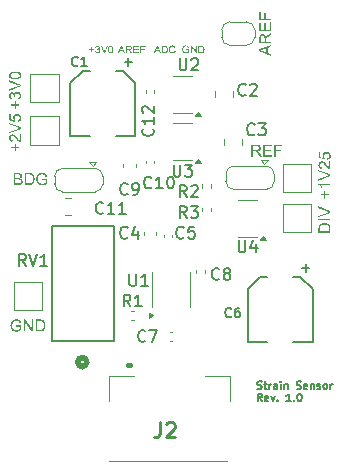
<source format=gbr>
%TF.GenerationSoftware,KiCad,Pcbnew,8.0.7*%
%TF.CreationDate,2025-03-27T17:59:10+01:00*%
%TF.ProjectId,StrainGauge,53747261-696e-4476-9175-67652e6b6963,rev?*%
%TF.SameCoordinates,Original*%
%TF.FileFunction,Legend,Top*%
%TF.FilePolarity,Positive*%
%FSLAX46Y46*%
G04 Gerber Fmt 4.6, Leading zero omitted, Abs format (unit mm)*
G04 Created by KiCad (PCBNEW 8.0.7) date 2025-03-27 17:59:10*
%MOMM*%
%LPD*%
G01*
G04 APERTURE LIST*
%ADD10C,0.150000*%
%ADD11C,0.254000*%
%ADD12C,0.120000*%
%ADD13C,0.100000*%
%ADD14C,0.400000*%
%ADD15C,0.152400*%
%ADD16C,0.508000*%
%ADD17C,0.200000*%
G04 APERTURE END LIST*
D10*
G36*
X152015000Y-95676865D02*
G01*
X151702369Y-95794346D01*
X151702369Y-96215421D01*
X152015000Y-96326063D01*
X152015000Y-96467479D01*
X150998949Y-96080843D01*
X150998949Y-96012211D01*
X151124002Y-96012211D01*
X151171718Y-96024202D01*
X151221443Y-96038744D01*
X151273178Y-96055835D01*
X151302787Y-96066433D01*
X151577316Y-96177075D01*
X151577316Y-95835623D01*
X151321594Y-95940648D01*
X151268645Y-95960518D01*
X151221143Y-95978027D01*
X151173523Y-95995147D01*
X151124002Y-96012211D01*
X150998949Y-96012211D01*
X150998949Y-95937228D01*
X152015000Y-95525191D01*
X152015000Y-95676865D01*
G37*
G36*
X152015000Y-94702092D02*
G01*
X151800554Y-94835204D01*
X151756881Y-94863109D01*
X151714280Y-94891437D01*
X151671606Y-94921651D01*
X151658649Y-94931436D01*
X151619265Y-94965210D01*
X151591238Y-94999336D01*
X151570310Y-95044582D01*
X151566081Y-95059908D01*
X151561960Y-95110191D01*
X151561685Y-95134158D01*
X151561685Y-95288763D01*
X152015000Y-95288763D01*
X152015000Y-95421876D01*
X150998949Y-95421876D01*
X150998949Y-94975400D01*
X150999074Y-94970027D01*
X151124002Y-94970027D01*
X151124002Y-95288763D01*
X151436632Y-95288763D01*
X151436632Y-95002267D01*
X151434915Y-94949063D01*
X151429059Y-94899519D01*
X151419047Y-94859385D01*
X151395966Y-94814016D01*
X151362383Y-94780983D01*
X151316255Y-94759258D01*
X151277386Y-94754116D01*
X151226922Y-94762702D01*
X151184277Y-94788460D01*
X151167233Y-94806140D01*
X151142620Y-94848867D01*
X151129110Y-94900081D01*
X151124382Y-94949537D01*
X151124002Y-94970027D01*
X150999074Y-94970027D01*
X151000247Y-94919608D01*
X151004138Y-94869986D01*
X151011763Y-94820832D01*
X151026060Y-94770724D01*
X151049466Y-94725880D01*
X151082743Y-94687731D01*
X151121559Y-94658861D01*
X151165709Y-94636708D01*
X151212673Y-94622759D01*
X151262452Y-94617015D01*
X151272745Y-94616851D01*
X151324128Y-94621187D01*
X151371297Y-94634193D01*
X151419327Y-94659188D01*
X151452997Y-94686216D01*
X151486290Y-94725616D01*
X151512897Y-94774449D01*
X151530694Y-94824917D01*
X151541874Y-94873924D01*
X151546053Y-94900417D01*
X151570622Y-94856364D01*
X151598077Y-94820061D01*
X151635314Y-94784174D01*
X151672988Y-94752895D01*
X151714604Y-94722582D01*
X151734364Y-94709419D01*
X152015000Y-94534297D01*
X152015000Y-94702092D01*
G37*
G36*
X152015000Y-94410955D02*
G01*
X150998949Y-94410955D01*
X150998949Y-93682867D01*
X151124002Y-93682867D01*
X151124002Y-94277842D01*
X151421001Y-94277842D01*
X151421001Y-93720724D01*
X151546053Y-93720724D01*
X151546053Y-94277842D01*
X151889947Y-94277842D01*
X151889947Y-93659419D01*
X152015000Y-93659419D01*
X152015000Y-94410955D01*
G37*
G36*
X152015000Y-93473795D02*
G01*
X150998949Y-93473795D01*
X150998949Y-92794556D01*
X151124002Y-92794556D01*
X151124002Y-93340683D01*
X151421001Y-93340683D01*
X151421001Y-92868073D01*
X151546053Y-92868073D01*
X151546053Y-93340683D01*
X152015000Y-93340683D01*
X152015000Y-93473795D01*
G37*
G36*
X150813887Y-104000247D02*
G01*
X150863508Y-104004138D01*
X150912662Y-104011763D01*
X150962770Y-104026060D01*
X151007614Y-104049466D01*
X151045763Y-104082743D01*
X151074633Y-104121559D01*
X151096787Y-104165709D01*
X151110735Y-104212673D01*
X151116479Y-104262452D01*
X151116643Y-104272745D01*
X151112308Y-104324128D01*
X151099302Y-104371297D01*
X151074306Y-104419327D01*
X151047278Y-104452997D01*
X151007879Y-104486290D01*
X150959045Y-104512897D01*
X150908577Y-104530694D01*
X150859570Y-104541874D01*
X150833077Y-104546053D01*
X150877130Y-104570622D01*
X150913433Y-104598077D01*
X150949320Y-104635314D01*
X150980599Y-104672988D01*
X151010912Y-104714604D01*
X151024075Y-104734364D01*
X151199197Y-105015000D01*
X151031402Y-105015000D01*
X150898290Y-104800554D01*
X150870385Y-104756881D01*
X150842058Y-104714280D01*
X150811843Y-104671606D01*
X150802058Y-104658649D01*
X150768284Y-104619265D01*
X150734159Y-104591238D01*
X150688913Y-104570310D01*
X150673586Y-104566081D01*
X150623303Y-104561960D01*
X150599337Y-104561685D01*
X150444731Y-104561685D01*
X150444731Y-105015000D01*
X150311619Y-105015000D01*
X150311619Y-104436632D01*
X150444731Y-104436632D01*
X150731228Y-104436632D01*
X150784432Y-104434915D01*
X150833975Y-104429059D01*
X150874110Y-104419047D01*
X150919478Y-104395966D01*
X150952512Y-104362383D01*
X150974236Y-104316255D01*
X150979378Y-104277386D01*
X150970793Y-104226922D01*
X150945035Y-104184277D01*
X150927355Y-104167233D01*
X150884628Y-104142620D01*
X150833413Y-104129110D01*
X150783958Y-104124382D01*
X150763468Y-104124002D01*
X150444731Y-104124002D01*
X150444731Y-104436632D01*
X150311619Y-104436632D01*
X150311619Y-103998949D01*
X150758094Y-103998949D01*
X150813887Y-104000247D01*
G37*
G36*
X151322540Y-105015000D02*
G01*
X151322540Y-103998949D01*
X152050628Y-103998949D01*
X152050628Y-104124002D01*
X151455652Y-104124002D01*
X151455652Y-104421001D01*
X152012770Y-104421001D01*
X152012770Y-104546053D01*
X151455652Y-104546053D01*
X151455652Y-104889947D01*
X152074075Y-104889947D01*
X152074075Y-105015000D01*
X151322540Y-105015000D01*
G37*
G36*
X152259699Y-105015000D02*
G01*
X152259699Y-103998949D01*
X152938939Y-103998949D01*
X152938939Y-104124002D01*
X152392812Y-104124002D01*
X152392812Y-104421001D01*
X152865422Y-104421001D01*
X152865422Y-104546053D01*
X152392812Y-104546053D01*
X152392812Y-105015000D01*
X152259699Y-105015000D01*
G37*
G36*
X130620036Y-106400857D02*
G01*
X130669190Y-106406582D01*
X130717627Y-106417584D01*
X130750279Y-106429480D01*
X130794695Y-106454198D01*
X130831897Y-106486708D01*
X130859455Y-106523025D01*
X130881982Y-106567208D01*
X130895893Y-106616988D01*
X130899023Y-106655404D01*
X130893218Y-106706346D01*
X130875804Y-106754789D01*
X130863852Y-106776304D01*
X130832608Y-106815746D01*
X130791266Y-106849074D01*
X130758095Y-106867896D01*
X130806135Y-106886335D01*
X130851673Y-106913984D01*
X130888958Y-106949171D01*
X130898534Y-106961196D01*
X130924423Y-107004726D01*
X130940723Y-107052883D01*
X130947435Y-107105667D01*
X130947627Y-107116779D01*
X130943402Y-107169593D01*
X130930728Y-107219590D01*
X130917585Y-107251357D01*
X130893245Y-107293901D01*
X130859812Y-107333464D01*
X130843824Y-107347100D01*
X130801101Y-107373293D01*
X130753812Y-107392090D01*
X130733670Y-107397903D01*
X130684615Y-107407636D01*
X130633858Y-107412979D01*
X130583160Y-107414933D01*
X130571249Y-107415000D01*
X130187299Y-107415000D01*
X130187299Y-107289947D01*
X130320656Y-107289947D01*
X130571249Y-107289947D01*
X130620449Y-107289012D01*
X130661863Y-107285062D01*
X130711255Y-107271616D01*
X130738799Y-107257951D01*
X130776140Y-107223339D01*
X130789602Y-107202264D01*
X130806324Y-107155001D01*
X130809630Y-107118000D01*
X130803297Y-107068784D01*
X130782582Y-107023386D01*
X130780809Y-107020792D01*
X130746371Y-106985682D01*
X130700697Y-106962906D01*
X130651765Y-106951994D01*
X130598711Y-106947107D01*
X130553419Y-106946053D01*
X130320656Y-106946053D01*
X130320656Y-107289947D01*
X130187299Y-107289947D01*
X130187299Y-106821001D01*
X130320656Y-106821001D01*
X130538520Y-106821001D01*
X130588914Y-106819880D01*
X130639878Y-106815071D01*
X130665526Y-106809521D01*
X130712404Y-106788436D01*
X130741974Y-106760673D01*
X130763387Y-106713954D01*
X130767620Y-106674944D01*
X130760796Y-106626160D01*
X130743440Y-106588726D01*
X130707697Y-106552906D01*
X130674808Y-106537923D01*
X130623664Y-106528407D01*
X130572134Y-106524872D01*
X130521912Y-106524002D01*
X130320656Y-106524002D01*
X130320656Y-106821001D01*
X130187299Y-106821001D01*
X130187299Y-106398949D01*
X130565143Y-106398949D01*
X130620036Y-106400857D01*
G37*
G36*
X131527780Y-106399865D02*
G01*
X131581681Y-106403085D01*
X131631283Y-106409382D01*
X131652023Y-106413604D01*
X131703581Y-106429317D01*
X131750178Y-106451423D01*
X131791814Y-106479921D01*
X131799546Y-106486388D01*
X131836946Y-106522704D01*
X131869277Y-106563752D01*
X131896541Y-106609532D01*
X131918737Y-106660045D01*
X131934154Y-106707656D01*
X131945785Y-106758166D01*
X131953628Y-106811574D01*
X131957686Y-106867880D01*
X131958304Y-106901357D01*
X131957018Y-106950744D01*
X131952401Y-107004096D01*
X131944424Y-107054151D01*
X131931437Y-107106521D01*
X131915245Y-107154370D01*
X131894398Y-107201826D01*
X131867996Y-107247084D01*
X131862805Y-107254532D01*
X131830198Y-107294992D01*
X131792394Y-107330917D01*
X131770970Y-107346856D01*
X131727218Y-107371383D01*
X131680678Y-107389300D01*
X131650802Y-107397658D01*
X131599960Y-107407531D01*
X131549432Y-107412950D01*
X131500450Y-107414932D01*
X131489113Y-107415000D01*
X131125680Y-107415000D01*
X131125680Y-107289947D01*
X131259037Y-107289947D01*
X131473970Y-107289947D01*
X131526624Y-107288498D01*
X131577151Y-107283489D01*
X131626702Y-107272756D01*
X131630286Y-107271629D01*
X131675473Y-107252535D01*
X131716353Y-107223730D01*
X131720656Y-107219605D01*
X131753239Y-107179534D01*
X131777918Y-107134837D01*
X131794417Y-107092599D01*
X131807286Y-107045125D01*
X131815944Y-106992281D01*
X131820103Y-106940799D01*
X131821039Y-106899403D01*
X131819210Y-106842986D01*
X131813724Y-106791703D01*
X131802699Y-106738364D01*
X131786696Y-106692013D01*
X131769016Y-106657847D01*
X131738112Y-106614716D01*
X131699606Y-106577125D01*
X131656711Y-106550411D01*
X131642986Y-106544518D01*
X131593665Y-106532016D01*
X131544592Y-106526426D01*
X131492278Y-106524182D01*
X131470551Y-106524002D01*
X131259037Y-106524002D01*
X131259037Y-107289947D01*
X131125680Y-107289947D01*
X131125680Y-106398949D01*
X131472505Y-106398949D01*
X131527780Y-106399865D01*
G37*
G36*
X132607257Y-107024211D02*
G01*
X132607257Y-106899159D01*
X133033705Y-106899159D01*
X133033705Y-107273094D01*
X132990445Y-107305537D01*
X132946577Y-107334263D01*
X132902102Y-107359272D01*
X132857018Y-107380565D01*
X132830984Y-107391064D01*
X132778487Y-107408374D01*
X132725287Y-107420739D01*
X132671386Y-107428158D01*
X132616783Y-107430631D01*
X132562131Y-107428390D01*
X132509369Y-107421667D01*
X132458496Y-107410461D01*
X132409512Y-107394773D01*
X132362417Y-107374603D01*
X132347138Y-107366884D01*
X132303796Y-107340886D01*
X132264626Y-107310887D01*
X132224203Y-107270831D01*
X132194075Y-107232163D01*
X132168121Y-107189493D01*
X132164201Y-107181992D01*
X132143200Y-107135658D01*
X132126545Y-107087332D01*
X132114235Y-107037015D01*
X132106269Y-106984705D01*
X132102649Y-106930403D01*
X132102407Y-106911859D01*
X132104562Y-106857134D01*
X132111028Y-106803782D01*
X132121804Y-106751804D01*
X132136891Y-106701200D01*
X132156288Y-106651970D01*
X132163712Y-106635865D01*
X132188682Y-106590106D01*
X132217430Y-106549002D01*
X132249957Y-106512552D01*
X132292679Y-106475908D01*
X132340544Y-106445600D01*
X132385094Y-106424434D01*
X132432101Y-106407647D01*
X132481563Y-106395239D01*
X132533481Y-106387210D01*
X132587854Y-106383561D01*
X132606524Y-106383318D01*
X132659800Y-106385592D01*
X132710450Y-106392416D01*
X132758474Y-106403788D01*
X132803873Y-106419710D01*
X132850573Y-106442441D01*
X132891208Y-106469693D01*
X132929242Y-106505275D01*
X132942358Y-106521071D01*
X132971314Y-106565540D01*
X132993378Y-106612170D01*
X133009811Y-106658874D01*
X133018562Y-106690575D01*
X132898395Y-106723548D01*
X132881480Y-106675054D01*
X132860064Y-106631039D01*
X132841974Y-106604113D01*
X132807133Y-106569392D01*
X132764817Y-106543094D01*
X132745987Y-106534504D01*
X132697169Y-106518579D01*
X132644504Y-106510003D01*
X132607257Y-106508370D01*
X132557826Y-106510553D01*
X132507479Y-106518100D01*
X132457663Y-106532627D01*
X132449232Y-106535969D01*
X132402830Y-106558959D01*
X132360700Y-106589445D01*
X132341521Y-106608265D01*
X132309290Y-106649058D01*
X132283979Y-106693216D01*
X132278018Y-106706451D01*
X132261241Y-106753590D01*
X132249258Y-106802683D01*
X132242068Y-106853729D01*
X132239672Y-106906730D01*
X132241892Y-106962791D01*
X132248554Y-107014715D01*
X132259657Y-107062501D01*
X132277784Y-107112048D01*
X132286078Y-107129235D01*
X132311906Y-107171062D01*
X132347241Y-107211256D01*
X132389221Y-107244186D01*
X132420900Y-107262103D01*
X132465917Y-107281124D01*
X132518203Y-107296026D01*
X132572228Y-107304050D01*
X132609211Y-107305579D01*
X132662973Y-107302454D01*
X132715876Y-107293080D01*
X132762755Y-107279301D01*
X132778227Y-107273583D01*
X132825912Y-107253027D01*
X132869329Y-107229480D01*
X132903279Y-107204951D01*
X132903279Y-107024211D01*
X132607257Y-107024211D01*
G37*
G36*
X156550744Y-110626232D02*
G01*
X156604096Y-110630850D01*
X156654151Y-110638826D01*
X156706521Y-110651814D01*
X156754370Y-110668006D01*
X156801826Y-110688852D01*
X156847084Y-110715255D01*
X156854532Y-110720446D01*
X156894992Y-110753052D01*
X156930917Y-110790856D01*
X156946856Y-110812281D01*
X156971383Y-110856033D01*
X156989300Y-110902572D01*
X156997658Y-110932449D01*
X157007531Y-110983291D01*
X157012950Y-111033818D01*
X157014932Y-111082801D01*
X157015000Y-111094137D01*
X157015000Y-111457571D01*
X155998949Y-111457571D01*
X155998949Y-111112700D01*
X156124002Y-111112700D01*
X156124002Y-111324214D01*
X156889947Y-111324214D01*
X156889947Y-111109280D01*
X156888498Y-111056627D01*
X156883489Y-111006099D01*
X156872756Y-110956548D01*
X156871629Y-110952965D01*
X156852535Y-110907778D01*
X156823730Y-110866898D01*
X156819605Y-110862595D01*
X156779534Y-110830012D01*
X156734837Y-110805333D01*
X156692599Y-110788834D01*
X156645125Y-110775964D01*
X156592281Y-110767307D01*
X156540799Y-110763147D01*
X156499403Y-110762211D01*
X156442986Y-110764040D01*
X156391703Y-110769527D01*
X156338364Y-110780552D01*
X156292013Y-110796555D01*
X156257847Y-110814235D01*
X156214716Y-110845138D01*
X156177125Y-110883645D01*
X156150411Y-110926540D01*
X156144518Y-110940264D01*
X156132016Y-110989586D01*
X156126426Y-111038659D01*
X156124182Y-111090973D01*
X156124002Y-111112700D01*
X155998949Y-111112700D01*
X155998949Y-111110746D01*
X155999865Y-111055471D01*
X156003085Y-111001570D01*
X156009382Y-110951968D01*
X156013604Y-110931227D01*
X156029317Y-110879669D01*
X156051423Y-110833072D01*
X156079921Y-110791436D01*
X156086388Y-110783705D01*
X156122704Y-110746305D01*
X156163752Y-110713973D01*
X156209532Y-110686710D01*
X156260045Y-110664514D01*
X156307656Y-110649097D01*
X156358166Y-110637466D01*
X156411574Y-110629622D01*
X156467880Y-110625565D01*
X156501357Y-110624947D01*
X156550744Y-110626232D01*
G37*
G36*
X157015000Y-110424668D02*
G01*
X155998949Y-110424668D01*
X155998949Y-110291311D01*
X157015000Y-110291311D01*
X157015000Y-110424668D01*
G37*
G36*
X157015000Y-109770585D02*
G01*
X155998949Y-110160885D01*
X155998949Y-110016538D01*
X156732411Y-109754954D01*
X156781138Y-109737924D01*
X156828126Y-109722556D01*
X156878296Y-109707429D01*
X156897763Y-109701953D01*
X156846143Y-109686583D01*
X156799644Y-109671526D01*
X156753106Y-109655310D01*
X156732411Y-109647731D01*
X155998949Y-109375645D01*
X155998949Y-109239601D01*
X157015000Y-109633809D01*
X157015000Y-109770585D01*
G37*
G36*
X156874316Y-108290404D02*
G01*
X156592948Y-108290404D01*
X156592948Y-108564445D01*
X156467896Y-108564445D01*
X156467896Y-108290404D01*
X156186528Y-108290404D01*
X156186528Y-108173656D01*
X156467896Y-108173656D01*
X156467896Y-107899616D01*
X156592948Y-107899616D01*
X156592948Y-108173656D01*
X156874316Y-108173656D01*
X156874316Y-108290404D01*
G37*
G36*
X157015000Y-107301953D02*
G01*
X157015000Y-107425540D01*
X156223164Y-107425540D01*
X156255255Y-107462978D01*
X156284733Y-107504175D01*
X156308893Y-107542777D01*
X156333532Y-107586659D01*
X156355842Y-107631569D01*
X156373129Y-107672958D01*
X156252962Y-107672958D01*
X156230502Y-107628795D01*
X156202429Y-107581385D01*
X156171792Y-107537242D01*
X156138590Y-107496366D01*
X156134260Y-107491486D01*
X156099608Y-107455490D01*
X156061281Y-107421783D01*
X156019512Y-107392761D01*
X155998949Y-107381576D01*
X155998949Y-107301953D01*
X157015000Y-107301953D01*
G37*
G36*
X157015000Y-106651046D02*
G01*
X155998949Y-107041346D01*
X155998949Y-106896999D01*
X156732411Y-106635415D01*
X156781138Y-106618385D01*
X156828126Y-106603017D01*
X156878296Y-106587890D01*
X156897763Y-106582414D01*
X156846143Y-106567044D01*
X156799644Y-106551987D01*
X156753106Y-106535771D01*
X156732411Y-106528192D01*
X155998949Y-106256105D01*
X155998949Y-106120062D01*
X157015000Y-106514270D01*
X157015000Y-106651046D01*
G37*
G36*
X156889947Y-105406140D02*
G01*
X157015000Y-105406140D01*
X157015000Y-106071946D01*
X156964974Y-106067988D01*
X156927561Y-106057536D01*
X156880271Y-106036465D01*
X156837681Y-106011048D01*
X156795473Y-105979669D01*
X156791273Y-105976203D01*
X156752101Y-105940682D01*
X156714945Y-105902523D01*
X156680631Y-105864050D01*
X156644634Y-105820831D01*
X156639354Y-105814270D01*
X156607270Y-105774901D01*
X156569667Y-105730370D01*
X156534842Y-105691038D01*
X156496720Y-105650704D01*
X156457302Y-105613110D01*
X156432480Y-105592498D01*
X156390841Y-105564516D01*
X156346162Y-105544165D01*
X156294751Y-105534669D01*
X156290575Y-105534612D01*
X156241093Y-105541997D01*
X156194464Y-105566663D01*
X156172362Y-105587124D01*
X156142892Y-105631042D01*
X156127827Y-105679266D01*
X156124002Y-105724389D01*
X156128462Y-105776648D01*
X156143671Y-105826144D01*
X156169675Y-105867271D01*
X156208842Y-105899969D01*
X156257831Y-105917829D01*
X156295949Y-105921493D01*
X156280317Y-106048499D01*
X156231135Y-106041103D01*
X156179552Y-106026050D01*
X156134210Y-106004077D01*
X156090033Y-105970494D01*
X156071001Y-105950313D01*
X156042926Y-105910227D01*
X156021747Y-105864555D01*
X156007463Y-105813295D01*
X156000708Y-105764912D01*
X155998949Y-105721458D01*
X156001817Y-105669265D01*
X156012413Y-105613735D01*
X156030815Y-105563978D01*
X156057025Y-105519995D01*
X156080526Y-105492114D01*
X156117979Y-105459185D01*
X156165363Y-105431456D01*
X156217631Y-105414290D01*
X156267372Y-105407936D01*
X156282271Y-105407606D01*
X156331759Y-105411677D01*
X156380602Y-105423891D01*
X156402927Y-105432274D01*
X156448150Y-105455378D01*
X156491173Y-105484643D01*
X156527491Y-105514340D01*
X156567769Y-105552615D01*
X156603878Y-105590666D01*
X156638159Y-105629048D01*
X156675513Y-105672754D01*
X156702124Y-105704849D01*
X156734052Y-105743816D01*
X156766114Y-105782200D01*
X156799128Y-105820355D01*
X156824979Y-105847976D01*
X156863436Y-105881516D01*
X156889947Y-105899999D01*
X156889947Y-105406140D01*
G37*
G36*
X156749263Y-105277424D02*
G01*
X156733632Y-105147487D01*
X156783062Y-105134760D01*
X156827849Y-105112164D01*
X156862592Y-105080565D01*
X156888787Y-105038124D01*
X156902892Y-104989569D01*
X156905579Y-104953803D01*
X156899520Y-104900627D01*
X156881345Y-104852842D01*
X156851053Y-104810448D01*
X156843541Y-104802616D01*
X156800655Y-104770030D01*
X156755288Y-104751021D01*
X156703506Y-104741788D01*
X156678433Y-104740823D01*
X156626743Y-104745537D01*
X156576969Y-104761832D01*
X156535257Y-104789768D01*
X156524316Y-104800418D01*
X156494563Y-104841114D01*
X156475830Y-104889013D01*
X156468391Y-104938281D01*
X156467896Y-104956001D01*
X156472056Y-105006116D01*
X156485748Y-105054831D01*
X156489633Y-105063956D01*
X156514607Y-105106760D01*
X156546053Y-105139427D01*
X156530422Y-105255442D01*
X156014581Y-105157990D01*
X156014581Y-104657047D01*
X156139633Y-104657047D01*
X156139633Y-105059071D01*
X156415139Y-105113293D01*
X156386969Y-105073217D01*
X156363247Y-105026357D01*
X156348562Y-104978367D01*
X156342914Y-104929247D01*
X156342843Y-104923028D01*
X156347238Y-104867301D01*
X156360421Y-104815524D01*
X156382393Y-104767697D01*
X156413155Y-104723821D01*
X156434678Y-104700523D01*
X156477274Y-104665120D01*
X156524919Y-104638413D01*
X156577612Y-104620401D01*
X156626796Y-104611883D01*
X156670617Y-104609664D01*
X156720778Y-104612464D01*
X156775977Y-104622805D01*
X156827600Y-104640767D01*
X156875647Y-104666349D01*
X156907777Y-104689288D01*
X156949528Y-104728131D01*
X156982641Y-104771937D01*
X157007116Y-104820706D01*
X157022953Y-104874439D01*
X157029551Y-104923007D01*
X157030631Y-104953803D01*
X157027926Y-105003591D01*
X157017934Y-105057184D01*
X157000578Y-105105939D01*
X156975859Y-105149855D01*
X156953695Y-105178262D01*
X156917532Y-105212643D01*
X156876578Y-105239918D01*
X156830832Y-105260087D01*
X156780294Y-105273150D01*
X156749263Y-105277424D01*
G37*
G36*
X130425471Y-119424211D02*
G01*
X130425471Y-119299159D01*
X130851919Y-119299159D01*
X130851919Y-119673094D01*
X130808659Y-119705537D01*
X130764791Y-119734263D01*
X130720316Y-119759272D01*
X130675232Y-119780565D01*
X130649197Y-119791064D01*
X130596701Y-119808374D01*
X130543501Y-119820739D01*
X130489600Y-119828158D01*
X130434996Y-119830631D01*
X130380345Y-119828390D01*
X130327583Y-119821667D01*
X130276710Y-119810461D01*
X130227726Y-119794773D01*
X130180631Y-119774603D01*
X130165352Y-119766884D01*
X130122010Y-119740886D01*
X130082840Y-119710887D01*
X130042417Y-119670831D01*
X130012289Y-119632163D01*
X129986335Y-119589493D01*
X129982414Y-119581992D01*
X129961414Y-119535658D01*
X129944759Y-119487332D01*
X129932449Y-119437015D01*
X129924483Y-119384705D01*
X129920862Y-119330403D01*
X129920621Y-119311859D01*
X129922776Y-119257134D01*
X129929242Y-119203782D01*
X129940018Y-119151804D01*
X129955105Y-119101200D01*
X129974502Y-119051970D01*
X129981926Y-119035865D01*
X130006896Y-118990106D01*
X130035644Y-118949002D01*
X130068170Y-118912552D01*
X130110893Y-118875908D01*
X130158758Y-118845600D01*
X130203308Y-118824434D01*
X130250315Y-118807647D01*
X130299777Y-118795239D01*
X130351694Y-118787210D01*
X130406068Y-118783561D01*
X130424738Y-118783318D01*
X130478014Y-118785592D01*
X130528664Y-118792416D01*
X130576688Y-118803788D01*
X130622087Y-118819710D01*
X130668787Y-118842441D01*
X130709421Y-118869693D01*
X130747456Y-118905275D01*
X130760572Y-118921071D01*
X130789528Y-118965540D01*
X130811592Y-119012170D01*
X130828025Y-119058874D01*
X130836776Y-119090575D01*
X130716608Y-119123548D01*
X130699693Y-119075054D01*
X130678278Y-119031039D01*
X130660188Y-119004113D01*
X130625347Y-118969392D01*
X130583031Y-118943094D01*
X130564201Y-118934504D01*
X130515383Y-118918579D01*
X130462718Y-118910003D01*
X130425471Y-118908370D01*
X130376040Y-118910553D01*
X130325693Y-118918100D01*
X130275877Y-118932627D01*
X130267446Y-118935969D01*
X130221044Y-118958959D01*
X130178914Y-118989445D01*
X130159735Y-119008265D01*
X130127504Y-119049058D01*
X130102193Y-119093216D01*
X130096232Y-119106451D01*
X130079455Y-119153590D01*
X130067472Y-119202683D01*
X130060282Y-119253729D01*
X130057886Y-119306730D01*
X130060106Y-119362791D01*
X130066768Y-119414715D01*
X130077871Y-119462501D01*
X130095998Y-119512048D01*
X130104292Y-119529235D01*
X130130120Y-119571062D01*
X130165454Y-119611256D01*
X130207435Y-119644186D01*
X130239114Y-119662103D01*
X130284131Y-119681124D01*
X130336417Y-119696026D01*
X130390442Y-119704050D01*
X130427425Y-119705579D01*
X130481187Y-119702454D01*
X130534090Y-119693080D01*
X130580969Y-119679301D01*
X130596441Y-119673583D01*
X130644126Y-119653027D01*
X130687543Y-119629480D01*
X130721493Y-119604951D01*
X130721493Y-119424211D01*
X130425471Y-119424211D01*
G37*
G36*
X131041207Y-119815000D02*
G01*
X131041207Y-118798949D01*
X131177739Y-118798949D01*
X131706769Y-119578572D01*
X131706769Y-118798949D01*
X131834508Y-118798949D01*
X131834508Y-119815000D01*
X131697976Y-119815000D01*
X131168946Y-119035376D01*
X131168946Y-119815000D01*
X131041207Y-119815000D01*
G37*
G36*
X132454717Y-118799865D02*
G01*
X132508618Y-118803085D01*
X132558220Y-118809382D01*
X132578960Y-118813604D01*
X132630518Y-118829317D01*
X132677115Y-118851423D01*
X132718751Y-118879921D01*
X132726483Y-118886388D01*
X132763883Y-118922704D01*
X132796214Y-118963752D01*
X132823478Y-119009532D01*
X132845673Y-119060045D01*
X132861091Y-119107656D01*
X132872721Y-119158166D01*
X132880565Y-119211574D01*
X132884622Y-119267880D01*
X132885241Y-119301357D01*
X132883955Y-119350744D01*
X132879337Y-119404096D01*
X132871361Y-119454151D01*
X132858374Y-119506521D01*
X132842182Y-119554370D01*
X132821335Y-119601826D01*
X132794933Y-119647084D01*
X132789742Y-119654532D01*
X132757135Y-119694992D01*
X132719331Y-119730917D01*
X132697906Y-119746856D01*
X132654155Y-119771383D01*
X132607615Y-119789300D01*
X132577739Y-119797658D01*
X132526897Y-119807531D01*
X132476369Y-119812950D01*
X132427387Y-119814932D01*
X132416050Y-119815000D01*
X132052617Y-119815000D01*
X132052617Y-119689947D01*
X132185973Y-119689947D01*
X132400907Y-119689947D01*
X132453561Y-119688498D01*
X132504088Y-119683489D01*
X132553639Y-119672756D01*
X132557223Y-119671629D01*
X132602409Y-119652535D01*
X132643290Y-119623730D01*
X132647592Y-119619605D01*
X132680176Y-119579534D01*
X132704855Y-119534837D01*
X132721354Y-119492599D01*
X132734223Y-119445125D01*
X132742881Y-119392281D01*
X132747040Y-119340799D01*
X132747976Y-119299403D01*
X132746147Y-119242986D01*
X132740660Y-119191703D01*
X132729636Y-119138364D01*
X132713632Y-119092013D01*
X132695953Y-119057847D01*
X132665049Y-119014716D01*
X132626543Y-118977125D01*
X132583648Y-118950411D01*
X132569923Y-118944518D01*
X132520601Y-118932016D01*
X132471529Y-118926426D01*
X132419215Y-118924182D01*
X132397488Y-118924002D01*
X132185973Y-118924002D01*
X132185973Y-119689947D01*
X132052617Y-119689947D01*
X132052617Y-118798949D01*
X132399442Y-118798949D01*
X132454717Y-118799865D01*
G37*
G36*
X130674316Y-104301081D02*
G01*
X130392948Y-104301081D01*
X130392948Y-104575122D01*
X130267896Y-104575122D01*
X130267896Y-104301081D01*
X129986528Y-104301081D01*
X129986528Y-104184333D01*
X130267896Y-104184333D01*
X130267896Y-103910293D01*
X130392948Y-103910293D01*
X130392948Y-104184333D01*
X130674316Y-104184333D01*
X130674316Y-104301081D01*
G37*
G36*
X130689947Y-103128471D02*
G01*
X130815000Y-103128471D01*
X130815000Y-103794277D01*
X130764974Y-103790319D01*
X130727561Y-103779867D01*
X130680271Y-103758796D01*
X130637681Y-103733379D01*
X130595473Y-103702000D01*
X130591273Y-103698534D01*
X130552101Y-103663013D01*
X130514945Y-103624854D01*
X130480631Y-103586381D01*
X130444634Y-103543162D01*
X130439354Y-103536601D01*
X130407270Y-103497232D01*
X130369667Y-103452701D01*
X130334842Y-103413369D01*
X130296720Y-103373035D01*
X130257302Y-103335441D01*
X130232480Y-103314828D01*
X130190841Y-103286847D01*
X130146162Y-103266496D01*
X130094751Y-103256999D01*
X130090575Y-103256943D01*
X130041093Y-103264327D01*
X129994464Y-103288994D01*
X129972362Y-103309455D01*
X129942892Y-103353373D01*
X129927827Y-103401597D01*
X129924002Y-103446720D01*
X129928462Y-103498979D01*
X129943671Y-103548475D01*
X129969675Y-103589602D01*
X130008842Y-103622300D01*
X130057831Y-103640160D01*
X130095949Y-103643824D01*
X130080317Y-103770830D01*
X130031135Y-103763434D01*
X129979552Y-103748380D01*
X129934210Y-103726408D01*
X129890033Y-103692825D01*
X129871001Y-103672644D01*
X129842926Y-103632558D01*
X129821747Y-103586885D01*
X129807463Y-103535626D01*
X129800708Y-103487243D01*
X129798949Y-103443789D01*
X129801817Y-103391596D01*
X129812413Y-103336066D01*
X129830815Y-103286309D01*
X129857025Y-103242326D01*
X129880526Y-103214445D01*
X129917979Y-103181516D01*
X129965363Y-103153787D01*
X130017631Y-103136621D01*
X130067372Y-103130267D01*
X130082271Y-103129937D01*
X130131759Y-103134008D01*
X130180602Y-103146222D01*
X130202927Y-103154605D01*
X130248150Y-103177709D01*
X130291173Y-103206974D01*
X130327491Y-103236671D01*
X130367769Y-103274946D01*
X130403878Y-103312997D01*
X130438159Y-103351379D01*
X130475513Y-103395085D01*
X130502124Y-103427180D01*
X130534052Y-103466146D01*
X130566114Y-103504531D01*
X130599128Y-103542686D01*
X130624979Y-103570306D01*
X130663436Y-103603847D01*
X130689947Y-103622330D01*
X130689947Y-103128471D01*
G37*
G36*
X130815000Y-102661723D02*
G01*
X129798949Y-103052023D01*
X129798949Y-102907676D01*
X130532411Y-102646092D01*
X130581138Y-102629062D01*
X130628126Y-102613694D01*
X130678296Y-102598567D01*
X130697763Y-102593091D01*
X130646143Y-102577721D01*
X130599644Y-102562664D01*
X130553106Y-102546448D01*
X130532411Y-102538869D01*
X129798949Y-102266782D01*
X129798949Y-102130739D01*
X130815000Y-102524947D01*
X130815000Y-102661723D01*
G37*
G36*
X130549263Y-102066748D02*
G01*
X130533632Y-101936810D01*
X130583062Y-101924083D01*
X130627849Y-101901488D01*
X130662592Y-101869888D01*
X130688787Y-101827447D01*
X130702892Y-101778892D01*
X130705579Y-101743126D01*
X130699520Y-101689950D01*
X130681345Y-101642166D01*
X130651053Y-101599771D01*
X130643541Y-101591939D01*
X130600655Y-101559353D01*
X130555288Y-101540344D01*
X130503506Y-101531111D01*
X130478433Y-101530146D01*
X130426743Y-101534860D01*
X130376969Y-101551156D01*
X130335257Y-101579091D01*
X130324316Y-101589741D01*
X130294563Y-101630437D01*
X130275830Y-101678337D01*
X130268391Y-101727605D01*
X130267896Y-101745324D01*
X130272056Y-101795439D01*
X130285748Y-101844154D01*
X130289633Y-101853279D01*
X130314607Y-101896083D01*
X130346053Y-101928750D01*
X130330422Y-102044766D01*
X129814581Y-101947313D01*
X129814581Y-101446371D01*
X129939633Y-101446371D01*
X129939633Y-101848394D01*
X130215139Y-101902616D01*
X130186969Y-101862540D01*
X130163247Y-101815680D01*
X130148562Y-101767690D01*
X130142914Y-101718571D01*
X130142843Y-101712351D01*
X130147238Y-101656624D01*
X130160421Y-101604847D01*
X130182393Y-101557021D01*
X130213155Y-101513144D01*
X130234678Y-101489846D01*
X130277274Y-101454443D01*
X130324919Y-101427736D01*
X130377612Y-101409724D01*
X130426796Y-101401206D01*
X130470617Y-101398988D01*
X130520778Y-101401787D01*
X130575977Y-101412128D01*
X130627600Y-101430090D01*
X130675647Y-101455672D01*
X130707777Y-101478611D01*
X130749528Y-101517454D01*
X130782641Y-101561260D01*
X130807116Y-101610030D01*
X130822953Y-101663762D01*
X130829551Y-101712330D01*
X130830631Y-101743126D01*
X130827926Y-101792914D01*
X130817934Y-101846507D01*
X130800578Y-101895262D01*
X130775859Y-101939179D01*
X130753695Y-101967585D01*
X130717532Y-102001966D01*
X130676578Y-102029241D01*
X130630832Y-102049410D01*
X130580294Y-102062473D01*
X130549263Y-102066748D01*
G37*
G36*
X130674316Y-100701081D02*
G01*
X130392948Y-100701081D01*
X130392948Y-100975122D01*
X130267896Y-100975122D01*
X130267896Y-100701081D01*
X129986528Y-100701081D01*
X129986528Y-100584333D01*
X130267896Y-100584333D01*
X130267896Y-100310293D01*
X130392948Y-100310293D01*
X130392948Y-100584333D01*
X130674316Y-100584333D01*
X130674316Y-100701081D01*
G37*
G36*
X130549263Y-100177669D02*
G01*
X130533632Y-100054082D01*
X130580976Y-100039772D01*
X130627875Y-100015881D01*
X130665279Y-99981786D01*
X130691371Y-99936444D01*
X130703650Y-99888078D01*
X130705579Y-99856978D01*
X130699950Y-99805000D01*
X130683063Y-99758365D01*
X130654917Y-99717072D01*
X130647937Y-99709455D01*
X130609064Y-99677770D01*
X130560077Y-99656471D01*
X130509883Y-99649430D01*
X130504567Y-99649371D01*
X130451859Y-99655952D01*
X130405905Y-99675692D01*
X130369989Y-99705059D01*
X130339675Y-99746923D01*
X130321944Y-99795944D01*
X130316744Y-99846720D01*
X130322087Y-99897152D01*
X130330422Y-99933914D01*
X130205369Y-99919992D01*
X130206591Y-99900209D01*
X130202377Y-99847819D01*
X130189736Y-99799123D01*
X130170931Y-99758059D01*
X130138577Y-99719511D01*
X130091278Y-99697828D01*
X130060533Y-99694801D01*
X130009629Y-99704944D01*
X129967740Y-99735373D01*
X129962836Y-99740962D01*
X129936289Y-99786283D01*
X129924950Y-99837575D01*
X129924002Y-99859664D01*
X129929497Y-99910337D01*
X129947853Y-99957636D01*
X129963080Y-99979832D01*
X130001282Y-100013242D01*
X130047993Y-100033994D01*
X130080317Y-100041625D01*
X130064685Y-100165212D01*
X130012057Y-100152516D01*
X129964875Y-100134304D01*
X129917622Y-100106735D01*
X129877482Y-100071961D01*
X129868558Y-100062142D01*
X129838104Y-100019521D01*
X129816352Y-99972016D01*
X129803300Y-99919626D01*
X129799017Y-99869778D01*
X129798949Y-99862351D01*
X129802312Y-99812172D01*
X129813781Y-99759894D01*
X129833387Y-99710676D01*
X129859897Y-99666855D01*
X129895664Y-99627872D01*
X129927177Y-99604675D01*
X129972720Y-99582201D01*
X130020325Y-99570099D01*
X130053206Y-99567794D01*
X130102750Y-99573559D01*
X130148585Y-99590851D01*
X130168489Y-99602721D01*
X130207251Y-99636702D01*
X130236806Y-99678015D01*
X130251287Y-99706524D01*
X130266833Y-99659409D01*
X130292536Y-99614491D01*
X130327112Y-99577397D01*
X130339214Y-99567794D01*
X130384180Y-99541648D01*
X130435729Y-99525185D01*
X130487751Y-99518649D01*
X130506277Y-99518213D01*
X130555741Y-99521596D01*
X130609761Y-99534095D01*
X130659806Y-99555803D01*
X130705878Y-99586722D01*
X130736353Y-99614445D01*
X130768393Y-99652235D01*
X130797394Y-99700859D01*
X130815072Y-99746426D01*
X130826120Y-99795581D01*
X130830539Y-99848326D01*
X130830631Y-99857466D01*
X130826879Y-99913339D01*
X130815624Y-99964910D01*
X130796866Y-100012181D01*
X130770605Y-100055150D01*
X130752229Y-100077773D01*
X130715719Y-100112440D01*
X130674792Y-100139930D01*
X130629446Y-100160245D01*
X130579683Y-100173383D01*
X130549263Y-100177669D01*
G37*
G36*
X130815000Y-99061723D02*
G01*
X129798949Y-99452023D01*
X129798949Y-99307676D01*
X130532411Y-99046092D01*
X130581138Y-99029062D01*
X130628126Y-99013694D01*
X130678296Y-98998567D01*
X130697763Y-98993091D01*
X130646143Y-98977721D01*
X130599644Y-98962664D01*
X130553106Y-98946448D01*
X130532411Y-98938869D01*
X129798949Y-98666782D01*
X129798949Y-98530739D01*
X130815000Y-98924947D01*
X130815000Y-99061723D01*
G37*
G36*
X130368930Y-97810867D02*
G01*
X130419486Y-97813532D01*
X130475746Y-97819077D01*
X130527197Y-97827179D01*
X130581147Y-97839867D01*
X130602264Y-97846371D01*
X130653753Y-97866826D01*
X130699045Y-97891800D01*
X130738139Y-97921292D01*
X130771036Y-97955303D01*
X130799844Y-97999121D01*
X130819224Y-98048966D01*
X130828536Y-98098334D01*
X130830631Y-98138485D01*
X130826947Y-98190875D01*
X130815896Y-98238869D01*
X130793692Y-98289305D01*
X130761460Y-98333757D01*
X130725851Y-98367096D01*
X130682591Y-98395804D01*
X130631579Y-98419647D01*
X130585188Y-98435217D01*
X130533836Y-98447674D01*
X130477523Y-98457016D01*
X130416248Y-98463244D01*
X130367037Y-98465872D01*
X130315034Y-98466748D01*
X130260793Y-98465853D01*
X130209962Y-98463170D01*
X130153468Y-98457588D01*
X130101885Y-98449431D01*
X130047912Y-98436658D01*
X130026828Y-98430111D01*
X129975262Y-98409457D01*
X129929986Y-98384377D01*
X129890998Y-98354869D01*
X129858300Y-98320935D01*
X129829610Y-98277175D01*
X129810309Y-98227503D01*
X129801036Y-98178387D01*
X129799013Y-98139706D01*
X129924002Y-98139706D01*
X129930680Y-98189619D01*
X129953454Y-98236754D01*
X129988182Y-98272541D01*
X129992390Y-98275750D01*
X130037620Y-98300684D01*
X130087663Y-98317182D01*
X130137315Y-98327493D01*
X130194195Y-98334679D01*
X130244902Y-98338179D01*
X130300234Y-98339679D01*
X130314790Y-98339741D01*
X130371134Y-98338833D01*
X130422562Y-98336108D01*
X130479936Y-98330148D01*
X130529628Y-98321349D01*
X130579122Y-98307043D01*
X130622886Y-98285188D01*
X130627909Y-98281611D01*
X130665455Y-98246769D01*
X130692760Y-98203025D01*
X130704896Y-98153985D01*
X130705579Y-98138241D01*
X130697946Y-98087742D01*
X130675048Y-98042490D01*
X130641389Y-98006250D01*
X130627421Y-97995115D01*
X130578572Y-97969683D01*
X130529113Y-97955377D01*
X130479501Y-97946578D01*
X130422257Y-97940618D01*
X130370966Y-97937893D01*
X130314790Y-97936985D01*
X130258340Y-97937893D01*
X130206835Y-97940618D01*
X130149409Y-97946578D01*
X130099711Y-97955377D01*
X130050275Y-97969683D01*
X130001671Y-97995115D01*
X129964126Y-98030054D01*
X129936820Y-98074132D01*
X129924684Y-98123744D01*
X129924002Y-98139706D01*
X129799013Y-98139706D01*
X129798949Y-98138485D01*
X129802817Y-98085103D01*
X129814419Y-98036455D01*
X129831678Y-97996336D01*
X129860311Y-97953380D01*
X129897120Y-97916468D01*
X129926200Y-97895219D01*
X129971718Y-97869869D01*
X130018659Y-97850330D01*
X130065433Y-97835599D01*
X130076409Y-97832693D01*
X130124479Y-97822755D01*
X130180273Y-97815657D01*
X130235430Y-97811775D01*
X130287413Y-97810178D01*
X130315034Y-97809978D01*
X130368930Y-97810867D01*
G37*
G36*
X144776301Y-96015495D02*
G01*
X144776301Y-95935461D01*
X145049228Y-95935461D01*
X145049228Y-96174780D01*
X145021542Y-96195543D01*
X144993466Y-96213928D01*
X144965002Y-96229934D01*
X144936148Y-96243561D01*
X144919486Y-96250281D01*
X144885888Y-96261359D01*
X144851841Y-96269273D01*
X144817344Y-96274021D01*
X144782398Y-96275604D01*
X144747421Y-96274169D01*
X144713653Y-96269866D01*
X144681094Y-96262695D01*
X144649744Y-96252655D01*
X144619604Y-96239746D01*
X144609825Y-96234805D01*
X144582086Y-96218167D01*
X144557018Y-96198968D01*
X144531147Y-96173332D01*
X144511865Y-96148584D01*
X144495254Y-96121275D01*
X144492745Y-96116475D01*
X144479305Y-96086821D01*
X144468646Y-96055893D01*
X144460767Y-96023689D01*
X144455669Y-95990211D01*
X144453352Y-95955457D01*
X144453197Y-95943590D01*
X144454577Y-95908565D01*
X144458715Y-95874420D01*
X144465612Y-95841154D01*
X144475267Y-95808768D01*
X144487681Y-95777260D01*
X144492433Y-95766953D01*
X144508413Y-95737668D01*
X144526812Y-95711361D01*
X144547629Y-95688033D01*
X144574971Y-95664581D01*
X144605605Y-95645184D01*
X144634117Y-95631637D01*
X144664201Y-95620894D01*
X144695857Y-95612953D01*
X144729084Y-95607814D01*
X144763883Y-95605479D01*
X144775832Y-95605323D01*
X144809929Y-95606779D01*
X144842345Y-95611146D01*
X144873080Y-95618424D01*
X144902135Y-95628614D01*
X144932024Y-95643162D01*
X144958030Y-95660603D01*
X144982371Y-95683376D01*
X144990766Y-95693485D01*
X145009298Y-95721945D01*
X145023419Y-95751789D01*
X145033936Y-95781679D01*
X145039536Y-95801968D01*
X144962629Y-95823071D01*
X144951804Y-95792034D01*
X144938098Y-95763865D01*
X144926520Y-95746632D01*
X144904222Y-95724410D01*
X144877140Y-95707580D01*
X144865088Y-95702082D01*
X144833845Y-95691890D01*
X144800139Y-95686402D01*
X144776301Y-95685357D01*
X144744665Y-95686754D01*
X144712444Y-95691584D01*
X144680561Y-95700881D01*
X144675165Y-95703020D01*
X144645468Y-95717733D01*
X144618505Y-95737245D01*
X144606230Y-95749290D01*
X144585603Y-95775397D01*
X144569403Y-95803658D01*
X144565588Y-95812128D01*
X144554851Y-95842297D01*
X144547182Y-95873717D01*
X144542580Y-95906387D01*
X144541047Y-95940307D01*
X144542468Y-95976186D01*
X144546731Y-96009417D01*
X144553837Y-96040001D01*
X144565439Y-96071711D01*
X144570747Y-96082710D01*
X144587277Y-96109479D01*
X144609891Y-96135204D01*
X144636758Y-96156279D01*
X144657033Y-96167746D01*
X144685844Y-96179919D01*
X144719307Y-96189456D01*
X144753883Y-96194592D01*
X144777552Y-96195570D01*
X144811960Y-96193570D01*
X144845818Y-96187571D01*
X144875820Y-96178752D01*
X144885722Y-96175093D01*
X144916240Y-96161937D01*
X144944027Y-96146867D01*
X144965756Y-96131168D01*
X144965756Y-96015495D01*
X144776301Y-96015495D01*
G37*
G36*
X145170372Y-96265600D02*
G01*
X145170372Y-95615327D01*
X145257753Y-95615327D01*
X145596332Y-96114286D01*
X145596332Y-95615327D01*
X145678085Y-95615327D01*
X145678085Y-96265600D01*
X145590705Y-96265600D01*
X145252125Y-95766641D01*
X145252125Y-96265600D01*
X145170372Y-96265600D01*
G37*
G36*
X146075019Y-95615914D02*
G01*
X146109515Y-95617974D01*
X146141261Y-95622004D01*
X146154534Y-95624706D01*
X146187532Y-95634763D01*
X146217354Y-95648911D01*
X146244001Y-95667150D01*
X146248949Y-95671288D01*
X146272885Y-95694530D01*
X146293577Y-95720801D01*
X146311026Y-95750101D01*
X146325231Y-95782429D01*
X146335098Y-95812900D01*
X146342542Y-95845226D01*
X146347562Y-95879407D01*
X146350158Y-95915443D01*
X146350554Y-95936868D01*
X146349731Y-95968476D01*
X146346776Y-96002621D01*
X146341671Y-96034656D01*
X146333359Y-96068173D01*
X146322996Y-96098797D01*
X146309654Y-96129168D01*
X146292757Y-96158134D01*
X146289435Y-96162900D01*
X146268566Y-96188795D01*
X146244372Y-96211787D01*
X146230660Y-96221987D01*
X146202659Y-96237685D01*
X146172874Y-96249152D01*
X146153753Y-96254501D01*
X146121214Y-96260820D01*
X146088876Y-96264288D01*
X146057527Y-96265556D01*
X146050272Y-96265600D01*
X145817675Y-96265600D01*
X145817675Y-96185566D01*
X145903023Y-96185566D01*
X146040580Y-96185566D01*
X146074279Y-96184639D01*
X146106616Y-96181433D01*
X146138329Y-96174564D01*
X146140622Y-96173842D01*
X146169542Y-96161622D01*
X146195705Y-96143187D01*
X146198459Y-96140547D01*
X146219312Y-96114902D01*
X146235107Y-96086295D01*
X146245666Y-96059263D01*
X146253903Y-96028880D01*
X146259443Y-95995060D01*
X146262106Y-95962111D01*
X146262705Y-95935618D01*
X146261534Y-95899511D01*
X146258023Y-95866690D01*
X146250967Y-95832553D01*
X146240725Y-95802888D01*
X146229409Y-95781022D01*
X146209631Y-95753418D01*
X146184987Y-95729360D01*
X146157534Y-95712263D01*
X146148751Y-95708491D01*
X146117185Y-95700490D01*
X146085778Y-95696912D01*
X146052297Y-95695476D01*
X146038392Y-95695361D01*
X145903023Y-95695361D01*
X145903023Y-96185566D01*
X145817675Y-96185566D01*
X145817675Y-95615327D01*
X146039643Y-95615327D01*
X146075019Y-95615914D01*
G37*
G36*
X142656731Y-96265600D02*
G01*
X142559659Y-96265600D01*
X142484471Y-96065516D01*
X142214983Y-96065516D01*
X142144173Y-96265600D01*
X142053666Y-96265600D01*
X142160259Y-95985482D01*
X142239525Y-95985482D01*
X142458054Y-95985482D01*
X142390838Y-95821820D01*
X142378121Y-95787933D01*
X142366915Y-95757531D01*
X142355959Y-95727054D01*
X142345038Y-95695361D01*
X142337364Y-95725899D01*
X142328057Y-95757723D01*
X142317118Y-95790834D01*
X142310336Y-95809784D01*
X142239525Y-95985482D01*
X142160259Y-95985482D01*
X142301113Y-95615327D01*
X142393027Y-95615327D01*
X142656731Y-96265600D01*
G37*
G36*
X142978789Y-95615914D02*
G01*
X143013286Y-95617974D01*
X143045031Y-95622004D01*
X143058305Y-95624706D01*
X143091302Y-95634763D01*
X143121124Y-95648911D01*
X143147771Y-95667150D01*
X143152720Y-95671288D01*
X143176656Y-95694530D01*
X143197348Y-95720801D01*
X143214796Y-95750101D01*
X143229002Y-95782429D01*
X143238869Y-95812900D01*
X143246312Y-95845226D01*
X143251332Y-95879407D01*
X143253929Y-95915443D01*
X143254325Y-95936868D01*
X143253502Y-95968476D01*
X143250547Y-96002621D01*
X143245442Y-96034656D01*
X143237130Y-96068173D01*
X143226767Y-96098797D01*
X143213425Y-96129168D01*
X143196528Y-96158134D01*
X143193205Y-96162900D01*
X143172337Y-96188795D01*
X143148143Y-96211787D01*
X143134431Y-96221987D01*
X143106430Y-96237685D01*
X143076644Y-96249152D01*
X143057524Y-96254501D01*
X143024985Y-96260820D01*
X142992647Y-96264288D01*
X142961298Y-96265556D01*
X142954043Y-96265600D01*
X142721445Y-96265600D01*
X142721445Y-96185566D01*
X142806794Y-96185566D01*
X142944351Y-96185566D01*
X142978049Y-96184639D01*
X143010387Y-96181433D01*
X143042100Y-96174564D01*
X143044393Y-96173842D01*
X143073313Y-96161622D01*
X143099476Y-96143187D01*
X143102230Y-96140547D01*
X143123083Y-96114902D01*
X143138878Y-96086295D01*
X143149437Y-96059263D01*
X143157673Y-96028880D01*
X143163214Y-95995060D01*
X143165876Y-95962111D01*
X143166475Y-95935618D01*
X143165305Y-95899511D01*
X143161793Y-95866690D01*
X143154738Y-95832553D01*
X143144495Y-95802888D01*
X143133180Y-95781022D01*
X143113402Y-95753418D01*
X143088758Y-95729360D01*
X143061305Y-95712263D01*
X143052522Y-95708491D01*
X143020956Y-95700490D01*
X142989549Y-95696912D01*
X142956068Y-95695476D01*
X142942163Y-95695361D01*
X142806794Y-95695361D01*
X142806794Y-96185566D01*
X142721445Y-96185566D01*
X142721445Y-95615327D01*
X142943413Y-95615327D01*
X142978789Y-95615914D01*
G37*
G36*
X143827846Y-96034878D02*
G01*
X143913194Y-96055981D01*
X143903747Y-96088201D01*
X143892208Y-96117942D01*
X143875600Y-96150356D01*
X143855982Y-96179198D01*
X143833351Y-96204468D01*
X143816591Y-96219330D01*
X143789413Y-96238454D01*
X143760047Y-96253622D01*
X143728494Y-96264833D01*
X143694753Y-96272087D01*
X143658826Y-96275384D01*
X143646364Y-96275604D01*
X143614732Y-96274562D01*
X143579283Y-96270561D01*
X143546570Y-96263560D01*
X143516594Y-96253558D01*
X143485081Y-96238097D01*
X143476762Y-96232930D01*
X143449732Y-96212435D01*
X143425680Y-96188289D01*
X143404605Y-96160494D01*
X143386507Y-96129048D01*
X143377501Y-96109440D01*
X143365921Y-96078658D01*
X143356736Y-96047041D01*
X143349947Y-96014589D01*
X143345554Y-95981301D01*
X143343558Y-95947178D01*
X143343425Y-95935618D01*
X143344776Y-95898545D01*
X143348832Y-95863297D01*
X143355591Y-95829874D01*
X143365055Y-95798275D01*
X143377222Y-95768501D01*
X143381878Y-95758981D01*
X143400257Y-95727754D01*
X143421748Y-95699997D01*
X143446351Y-95675710D01*
X143474065Y-95654895D01*
X143491299Y-95644558D01*
X143523089Y-95629270D01*
X143556225Y-95617737D01*
X143590707Y-95609959D01*
X143626536Y-95605936D01*
X143647614Y-95605323D01*
X143682816Y-95607098D01*
X143715853Y-95612423D01*
X143746725Y-95621298D01*
X143775432Y-95633724D01*
X143806186Y-95652707D01*
X143810339Y-95655813D01*
X143837284Y-95679870D01*
X143860399Y-95707861D01*
X143877164Y-95734984D01*
X143891115Y-95764999D01*
X143902252Y-95797904D01*
X143818154Y-95817287D01*
X143805708Y-95785164D01*
X143788669Y-95754631D01*
X143768416Y-95730034D01*
X143753127Y-95716932D01*
X143724319Y-95700281D01*
X143691236Y-95689797D01*
X143657807Y-95685634D01*
X143645895Y-95685357D01*
X143614517Y-95687032D01*
X143581532Y-95693050D01*
X143551614Y-95703445D01*
X143521624Y-95720371D01*
X143495912Y-95741871D01*
X143474874Y-95767154D01*
X143458510Y-95796221D01*
X143451438Y-95814004D01*
X143441691Y-95847362D01*
X143435133Y-95881313D01*
X143431766Y-95915857D01*
X143431274Y-95935305D01*
X143432418Y-95969552D01*
X143435852Y-96001855D01*
X143442578Y-96036391D01*
X143452294Y-96068387D01*
X143455190Y-96075989D01*
X143468877Y-96104175D01*
X143488223Y-96131329D01*
X143511748Y-96153661D01*
X143529753Y-96165870D01*
X143558821Y-96180227D01*
X143589224Y-96189885D01*
X143620963Y-96194845D01*
X143639173Y-96195570D01*
X143673660Y-96193040D01*
X143705373Y-96185449D01*
X143734311Y-96172797D01*
X143760474Y-96155084D01*
X143783325Y-96132389D01*
X143802171Y-96104790D01*
X143817011Y-96072286D01*
X143826711Y-96039822D01*
X143827846Y-96034878D01*
G37*
G36*
X136767308Y-96175562D02*
G01*
X136767308Y-95995486D01*
X136591922Y-95995486D01*
X136591922Y-95915453D01*
X136767308Y-95915453D01*
X136767308Y-95735378D01*
X136842026Y-95735378D01*
X136842026Y-95915453D01*
X137017412Y-95915453D01*
X137017412Y-95995486D01*
X136842026Y-95995486D01*
X136842026Y-96175562D01*
X136767308Y-96175562D01*
G37*
G36*
X137102292Y-96095528D02*
G01*
X137181387Y-96085524D01*
X137190545Y-96115825D01*
X137205836Y-96145840D01*
X137227657Y-96169778D01*
X137256676Y-96186477D01*
X137287630Y-96194336D01*
X137307534Y-96195570D01*
X137340800Y-96191968D01*
X137370646Y-96181160D01*
X137397073Y-96163147D01*
X137401948Y-96158680D01*
X137422227Y-96133801D01*
X137435858Y-96102449D01*
X137440364Y-96070325D01*
X137440402Y-96066923D01*
X137436191Y-96033190D01*
X137423556Y-96003779D01*
X137404762Y-95980793D01*
X137377969Y-95961392D01*
X137346596Y-95950044D01*
X137314099Y-95946716D01*
X137281822Y-95950135D01*
X137258294Y-95955470D01*
X137267204Y-95875436D01*
X137279866Y-95876218D01*
X137313396Y-95873521D01*
X137344561Y-95865431D01*
X137370841Y-95853396D01*
X137395512Y-95832689D01*
X137409390Y-95802418D01*
X137411327Y-95782741D01*
X137404836Y-95750162D01*
X137385361Y-95723354D01*
X137381784Y-95720215D01*
X137352779Y-95703225D01*
X137319951Y-95695968D01*
X137305814Y-95695361D01*
X137273384Y-95698878D01*
X137243113Y-95710626D01*
X137228907Y-95720371D01*
X137207524Y-95744820D01*
X137194244Y-95774715D01*
X137189359Y-95795403D01*
X137110264Y-95785399D01*
X137118389Y-95751716D01*
X137130045Y-95721520D01*
X137147689Y-95691278D01*
X137169944Y-95665588D01*
X137176229Y-95659877D01*
X137203506Y-95640387D01*
X137233909Y-95626465D01*
X137267439Y-95618112D01*
X137299342Y-95615371D01*
X137304095Y-95615327D01*
X137336210Y-95617480D01*
X137369667Y-95624819D01*
X137401167Y-95637368D01*
X137429212Y-95654334D01*
X137454162Y-95677225D01*
X137469008Y-95697393D01*
X137483391Y-95726541D01*
X137491136Y-95757008D01*
X137492611Y-95778052D01*
X137488922Y-95809760D01*
X137477855Y-95839094D01*
X137470258Y-95851833D01*
X137448510Y-95876640D01*
X137422070Y-95895556D01*
X137403824Y-95904824D01*
X137433978Y-95914773D01*
X137462725Y-95931223D01*
X137486465Y-95953351D01*
X137492611Y-95961097D01*
X137509345Y-95989875D01*
X137519881Y-96022866D01*
X137524064Y-96056160D01*
X137524343Y-96068017D01*
X137522178Y-96099674D01*
X137514179Y-96134247D01*
X137500285Y-96166276D01*
X137480498Y-96195762D01*
X137462755Y-96215266D01*
X137438569Y-96235771D01*
X137407450Y-96254332D01*
X137378287Y-96265646D01*
X137346827Y-96272716D01*
X137313071Y-96275545D01*
X137307221Y-96275604D01*
X137271463Y-96273203D01*
X137238457Y-96265999D01*
X137208204Y-96253994D01*
X137180703Y-96237187D01*
X137166225Y-96225426D01*
X137144038Y-96202060D01*
X137126444Y-96175867D01*
X137113443Y-96146845D01*
X137105034Y-96114997D01*
X137102292Y-96095528D01*
G37*
G36*
X137816497Y-96265600D02*
G01*
X137566705Y-95615327D01*
X137659087Y-95615327D01*
X137826501Y-96084743D01*
X137837400Y-96115928D01*
X137847235Y-96146000D01*
X137856917Y-96178109D01*
X137860421Y-96190568D01*
X137870258Y-96157531D01*
X137879895Y-96127772D01*
X137890273Y-96097988D01*
X137895123Y-96084743D01*
X138069259Y-95615327D01*
X138156326Y-95615327D01*
X137904033Y-96265600D01*
X137816497Y-96265600D01*
G37*
G36*
X138441533Y-95617802D02*
G01*
X138472669Y-95625228D01*
X138498345Y-95636274D01*
X138525837Y-95654599D01*
X138549460Y-95678156D01*
X138563059Y-95696768D01*
X138579283Y-95725900D01*
X138591789Y-95755941D01*
X138601216Y-95785877D01*
X138603076Y-95792902D01*
X138609436Y-95823666D01*
X138613979Y-95859375D01*
X138616463Y-95894675D01*
X138617486Y-95927944D01*
X138617613Y-95945622D01*
X138617045Y-95980115D01*
X138615339Y-96012471D01*
X138611791Y-96048477D01*
X138606605Y-96081406D01*
X138598485Y-96115934D01*
X138594322Y-96129449D01*
X138581231Y-96162402D01*
X138565248Y-96191389D01*
X138546373Y-96216409D01*
X138524606Y-96237463D01*
X138496562Y-96255900D01*
X138464661Y-96268303D01*
X138433066Y-96274263D01*
X138407369Y-96275604D01*
X138373839Y-96273246D01*
X138343123Y-96266173D01*
X138310844Y-96251963D01*
X138282395Y-96231334D01*
X138261058Y-96208544D01*
X138242685Y-96180858D01*
X138227426Y-96148210D01*
X138217460Y-96118520D01*
X138209488Y-96085655D01*
X138203509Y-96049614D01*
X138199523Y-96010399D01*
X138197842Y-95978903D01*
X138197281Y-95945622D01*
X138197284Y-95945466D01*
X138278565Y-95945466D01*
X138279146Y-95981526D01*
X138280890Y-96014440D01*
X138284705Y-96051159D01*
X138290336Y-96082962D01*
X138299492Y-96114638D01*
X138313479Y-96142647D01*
X138315768Y-96145862D01*
X138338067Y-96169891D01*
X138366064Y-96187366D01*
X138397449Y-96195133D01*
X138407525Y-96195570D01*
X138439845Y-96190685D01*
X138468806Y-96176031D01*
X138492000Y-96154489D01*
X138499126Y-96145549D01*
X138515403Y-96114286D01*
X138524558Y-96082632D01*
X138530189Y-96050881D01*
X138534004Y-96014244D01*
X138535748Y-95981418D01*
X138536329Y-95945466D01*
X138535748Y-95909337D01*
X138534004Y-95876374D01*
X138530189Y-95839622D01*
X138524558Y-95807815D01*
X138515403Y-95776176D01*
X138499126Y-95745069D01*
X138476765Y-95721040D01*
X138448555Y-95703565D01*
X138416804Y-95695798D01*
X138406587Y-95695361D01*
X138374644Y-95699635D01*
X138344477Y-95714210D01*
X138321573Y-95736436D01*
X138319520Y-95739129D01*
X138303562Y-95768077D01*
X138293003Y-95800104D01*
X138286404Y-95831882D01*
X138281805Y-95868284D01*
X138279565Y-95900737D01*
X138278605Y-95936150D01*
X138278565Y-95945466D01*
X138197284Y-95945466D01*
X138197854Y-95910907D01*
X138199571Y-95878376D01*
X138203143Y-95842219D01*
X138208364Y-95809206D01*
X138216538Y-95774664D01*
X138220728Y-95761170D01*
X138233947Y-95728168D01*
X138249999Y-95699191D01*
X138268883Y-95674239D01*
X138290601Y-95653312D01*
X138318608Y-95634950D01*
X138350398Y-95622598D01*
X138381832Y-95616663D01*
X138407369Y-95615327D01*
X138441533Y-95617802D01*
G37*
G36*
X139607877Y-96265600D02*
G01*
X139510805Y-96265600D01*
X139435617Y-96065516D01*
X139166129Y-96065516D01*
X139095319Y-96265600D01*
X139004812Y-96265600D01*
X139111405Y-95985482D01*
X139190671Y-95985482D01*
X139409200Y-95985482D01*
X139341984Y-95821820D01*
X139329267Y-95787933D01*
X139318061Y-95757531D01*
X139307105Y-95727054D01*
X139296184Y-95695361D01*
X139288510Y-95725899D01*
X139279203Y-95757723D01*
X139268264Y-95790834D01*
X139261482Y-95809784D01*
X139190671Y-95985482D01*
X139111405Y-95985482D01*
X139252259Y-95615327D01*
X139344173Y-95615327D01*
X139607877Y-96265600D01*
G37*
G36*
X139995450Y-95616158D02*
G01*
X140027208Y-95618648D01*
X140058666Y-95623528D01*
X140090735Y-95632678D01*
X140119436Y-95647658D01*
X140143851Y-95668955D01*
X140162328Y-95693798D01*
X140176506Y-95722054D01*
X140185433Y-95752111D01*
X140189109Y-95783969D01*
X140189214Y-95790557D01*
X140186439Y-95823442D01*
X140178116Y-95853630D01*
X140162118Y-95884369D01*
X140144820Y-95905918D01*
X140119605Y-95927225D01*
X140088351Y-95944254D01*
X140056052Y-95955644D01*
X140024688Y-95962799D01*
X140007732Y-95965474D01*
X140035926Y-95981198D01*
X140059159Y-95998769D01*
X140082127Y-96022601D01*
X140102146Y-96046712D01*
X140121546Y-96073346D01*
X140129970Y-96085993D01*
X140242049Y-96265600D01*
X140134660Y-96265600D01*
X140049468Y-96128355D01*
X140031609Y-96100403D01*
X140013479Y-96073139D01*
X139994142Y-96045827D01*
X139987880Y-96037535D01*
X139966264Y-96012329D01*
X139944424Y-95994392D01*
X139915467Y-95980998D01*
X139905658Y-95978292D01*
X139873476Y-95975654D01*
X139858138Y-95975478D01*
X139759190Y-95975478D01*
X139759190Y-96265600D01*
X139673998Y-96265600D01*
X139673998Y-95895445D01*
X139759190Y-95895445D01*
X139942548Y-95895445D01*
X139976599Y-95894345D01*
X140008306Y-95890598D01*
X140033993Y-95884190D01*
X140063028Y-95869418D01*
X140084170Y-95847925D01*
X140098073Y-95818403D01*
X140101365Y-95793527D01*
X140095870Y-95761230D01*
X140079385Y-95733937D01*
X140068069Y-95723029D01*
X140040724Y-95707276D01*
X140007947Y-95698630D01*
X139976295Y-95695604D01*
X139963182Y-95695361D01*
X139759190Y-95695361D01*
X139759190Y-95895445D01*
X139673998Y-95895445D01*
X139673998Y-95615327D01*
X139959743Y-95615327D01*
X139995450Y-95616158D01*
G37*
G36*
X140320988Y-96265600D02*
G01*
X140320988Y-95615327D01*
X140786964Y-95615327D01*
X140786964Y-95695361D01*
X140406180Y-95695361D01*
X140406180Y-95885440D01*
X140762735Y-95885440D01*
X140762735Y-95965474D01*
X140406180Y-95965474D01*
X140406180Y-96185566D01*
X140801970Y-96185566D01*
X140801970Y-96265600D01*
X140320988Y-96265600D01*
G37*
G36*
X140920770Y-96265600D02*
G01*
X140920770Y-95615327D01*
X141355483Y-95615327D01*
X141355483Y-95695361D01*
X141005962Y-95695361D01*
X141005962Y-95885440D01*
X141308432Y-95885440D01*
X141308432Y-95965474D01*
X141005962Y-95965474D01*
X141005962Y-96265600D01*
X140920770Y-96265600D01*
G37*
X150820588Y-124653036D02*
X150912017Y-124683512D01*
X150912017Y-124683512D02*
X151064398Y-124683512D01*
X151064398Y-124683512D02*
X151125350Y-124653036D01*
X151125350Y-124653036D02*
X151155826Y-124622559D01*
X151155826Y-124622559D02*
X151186303Y-124561607D01*
X151186303Y-124561607D02*
X151186303Y-124500655D01*
X151186303Y-124500655D02*
X151155826Y-124439702D01*
X151155826Y-124439702D02*
X151125350Y-124409226D01*
X151125350Y-124409226D02*
X151064398Y-124378750D01*
X151064398Y-124378750D02*
X150942493Y-124348274D01*
X150942493Y-124348274D02*
X150881541Y-124317797D01*
X150881541Y-124317797D02*
X150851064Y-124287321D01*
X150851064Y-124287321D02*
X150820588Y-124226369D01*
X150820588Y-124226369D02*
X150820588Y-124165416D01*
X150820588Y-124165416D02*
X150851064Y-124104464D01*
X150851064Y-124104464D02*
X150881541Y-124073988D01*
X150881541Y-124073988D02*
X150942493Y-124043512D01*
X150942493Y-124043512D02*
X151094874Y-124043512D01*
X151094874Y-124043512D02*
X151186303Y-124073988D01*
X151369160Y-124256845D02*
X151612969Y-124256845D01*
X151460588Y-124043512D02*
X151460588Y-124592083D01*
X151460588Y-124592083D02*
X151491065Y-124653036D01*
X151491065Y-124653036D02*
X151552017Y-124683512D01*
X151552017Y-124683512D02*
X151612969Y-124683512D01*
X151826302Y-124683512D02*
X151826302Y-124256845D01*
X151826302Y-124378750D02*
X151856779Y-124317797D01*
X151856779Y-124317797D02*
X151887255Y-124287321D01*
X151887255Y-124287321D02*
X151948207Y-124256845D01*
X151948207Y-124256845D02*
X152009160Y-124256845D01*
X152496778Y-124683512D02*
X152496778Y-124348274D01*
X152496778Y-124348274D02*
X152466302Y-124287321D01*
X152466302Y-124287321D02*
X152405350Y-124256845D01*
X152405350Y-124256845D02*
X152283445Y-124256845D01*
X152283445Y-124256845D02*
X152222492Y-124287321D01*
X152496778Y-124653036D02*
X152435826Y-124683512D01*
X152435826Y-124683512D02*
X152283445Y-124683512D01*
X152283445Y-124683512D02*
X152222492Y-124653036D01*
X152222492Y-124653036D02*
X152192016Y-124592083D01*
X152192016Y-124592083D02*
X152192016Y-124531131D01*
X152192016Y-124531131D02*
X152222492Y-124470178D01*
X152222492Y-124470178D02*
X152283445Y-124439702D01*
X152283445Y-124439702D02*
X152435826Y-124439702D01*
X152435826Y-124439702D02*
X152496778Y-124409226D01*
X152801540Y-124683512D02*
X152801540Y-124256845D01*
X152801540Y-124043512D02*
X152771064Y-124073988D01*
X152771064Y-124073988D02*
X152801540Y-124104464D01*
X152801540Y-124104464D02*
X152832017Y-124073988D01*
X152832017Y-124073988D02*
X152801540Y-124043512D01*
X152801540Y-124043512D02*
X152801540Y-124104464D01*
X153106302Y-124256845D02*
X153106302Y-124683512D01*
X153106302Y-124317797D02*
X153136779Y-124287321D01*
X153136779Y-124287321D02*
X153197731Y-124256845D01*
X153197731Y-124256845D02*
X153289160Y-124256845D01*
X153289160Y-124256845D02*
X153350112Y-124287321D01*
X153350112Y-124287321D02*
X153380588Y-124348274D01*
X153380588Y-124348274D02*
X153380588Y-124683512D01*
X154142493Y-124653036D02*
X154233922Y-124683512D01*
X154233922Y-124683512D02*
X154386303Y-124683512D01*
X154386303Y-124683512D02*
X154447255Y-124653036D01*
X154447255Y-124653036D02*
X154477731Y-124622559D01*
X154477731Y-124622559D02*
X154508208Y-124561607D01*
X154508208Y-124561607D02*
X154508208Y-124500655D01*
X154508208Y-124500655D02*
X154477731Y-124439702D01*
X154477731Y-124439702D02*
X154447255Y-124409226D01*
X154447255Y-124409226D02*
X154386303Y-124378750D01*
X154386303Y-124378750D02*
X154264398Y-124348274D01*
X154264398Y-124348274D02*
X154203446Y-124317797D01*
X154203446Y-124317797D02*
X154172969Y-124287321D01*
X154172969Y-124287321D02*
X154142493Y-124226369D01*
X154142493Y-124226369D02*
X154142493Y-124165416D01*
X154142493Y-124165416D02*
X154172969Y-124104464D01*
X154172969Y-124104464D02*
X154203446Y-124073988D01*
X154203446Y-124073988D02*
X154264398Y-124043512D01*
X154264398Y-124043512D02*
X154416779Y-124043512D01*
X154416779Y-124043512D02*
X154508208Y-124073988D01*
X155026303Y-124653036D02*
X154965351Y-124683512D01*
X154965351Y-124683512D02*
X154843446Y-124683512D01*
X154843446Y-124683512D02*
X154782493Y-124653036D01*
X154782493Y-124653036D02*
X154752017Y-124592083D01*
X154752017Y-124592083D02*
X154752017Y-124348274D01*
X154752017Y-124348274D02*
X154782493Y-124287321D01*
X154782493Y-124287321D02*
X154843446Y-124256845D01*
X154843446Y-124256845D02*
X154965351Y-124256845D01*
X154965351Y-124256845D02*
X155026303Y-124287321D01*
X155026303Y-124287321D02*
X155056779Y-124348274D01*
X155056779Y-124348274D02*
X155056779Y-124409226D01*
X155056779Y-124409226D02*
X154752017Y-124470178D01*
X155331064Y-124256845D02*
X155331064Y-124683512D01*
X155331064Y-124317797D02*
X155361541Y-124287321D01*
X155361541Y-124287321D02*
X155422493Y-124256845D01*
X155422493Y-124256845D02*
X155513922Y-124256845D01*
X155513922Y-124256845D02*
X155574874Y-124287321D01*
X155574874Y-124287321D02*
X155605350Y-124348274D01*
X155605350Y-124348274D02*
X155605350Y-124683512D01*
X155879636Y-124653036D02*
X155940589Y-124683512D01*
X155940589Y-124683512D02*
X156062493Y-124683512D01*
X156062493Y-124683512D02*
X156123446Y-124653036D01*
X156123446Y-124653036D02*
X156153922Y-124592083D01*
X156153922Y-124592083D02*
X156153922Y-124561607D01*
X156153922Y-124561607D02*
X156123446Y-124500655D01*
X156123446Y-124500655D02*
X156062493Y-124470178D01*
X156062493Y-124470178D02*
X155971065Y-124470178D01*
X155971065Y-124470178D02*
X155910112Y-124439702D01*
X155910112Y-124439702D02*
X155879636Y-124378750D01*
X155879636Y-124378750D02*
X155879636Y-124348274D01*
X155879636Y-124348274D02*
X155910112Y-124287321D01*
X155910112Y-124287321D02*
X155971065Y-124256845D01*
X155971065Y-124256845D02*
X156062493Y-124256845D01*
X156062493Y-124256845D02*
X156123446Y-124287321D01*
X156519636Y-124683512D02*
X156458684Y-124653036D01*
X156458684Y-124653036D02*
X156428207Y-124622559D01*
X156428207Y-124622559D02*
X156397731Y-124561607D01*
X156397731Y-124561607D02*
X156397731Y-124378750D01*
X156397731Y-124378750D02*
X156428207Y-124317797D01*
X156428207Y-124317797D02*
X156458684Y-124287321D01*
X156458684Y-124287321D02*
X156519636Y-124256845D01*
X156519636Y-124256845D02*
X156611065Y-124256845D01*
X156611065Y-124256845D02*
X156672017Y-124287321D01*
X156672017Y-124287321D02*
X156702493Y-124317797D01*
X156702493Y-124317797D02*
X156732969Y-124378750D01*
X156732969Y-124378750D02*
X156732969Y-124561607D01*
X156732969Y-124561607D02*
X156702493Y-124622559D01*
X156702493Y-124622559D02*
X156672017Y-124653036D01*
X156672017Y-124653036D02*
X156611065Y-124683512D01*
X156611065Y-124683512D02*
X156519636Y-124683512D01*
X157007255Y-124683512D02*
X157007255Y-124256845D01*
X157007255Y-124378750D02*
X157037732Y-124317797D01*
X157037732Y-124317797D02*
X157068208Y-124287321D01*
X157068208Y-124287321D02*
X157129160Y-124256845D01*
X157129160Y-124256845D02*
X157190113Y-124256845D01*
X151216779Y-125713876D02*
X151003445Y-125409114D01*
X150851064Y-125713876D02*
X150851064Y-125073876D01*
X150851064Y-125073876D02*
X151094874Y-125073876D01*
X151094874Y-125073876D02*
X151155826Y-125104352D01*
X151155826Y-125104352D02*
X151186303Y-125134828D01*
X151186303Y-125134828D02*
X151216779Y-125195780D01*
X151216779Y-125195780D02*
X151216779Y-125287209D01*
X151216779Y-125287209D02*
X151186303Y-125348161D01*
X151186303Y-125348161D02*
X151155826Y-125378638D01*
X151155826Y-125378638D02*
X151094874Y-125409114D01*
X151094874Y-125409114D02*
X150851064Y-125409114D01*
X151734874Y-125683400D02*
X151673922Y-125713876D01*
X151673922Y-125713876D02*
X151552017Y-125713876D01*
X151552017Y-125713876D02*
X151491064Y-125683400D01*
X151491064Y-125683400D02*
X151460588Y-125622447D01*
X151460588Y-125622447D02*
X151460588Y-125378638D01*
X151460588Y-125378638D02*
X151491064Y-125317685D01*
X151491064Y-125317685D02*
X151552017Y-125287209D01*
X151552017Y-125287209D02*
X151673922Y-125287209D01*
X151673922Y-125287209D02*
X151734874Y-125317685D01*
X151734874Y-125317685D02*
X151765350Y-125378638D01*
X151765350Y-125378638D02*
X151765350Y-125439590D01*
X151765350Y-125439590D02*
X151460588Y-125500542D01*
X151978683Y-125287209D02*
X152131064Y-125713876D01*
X152131064Y-125713876D02*
X152283445Y-125287209D01*
X152527254Y-125652923D02*
X152557731Y-125683400D01*
X152557731Y-125683400D02*
X152527254Y-125713876D01*
X152527254Y-125713876D02*
X152496778Y-125683400D01*
X152496778Y-125683400D02*
X152527254Y-125652923D01*
X152527254Y-125652923D02*
X152527254Y-125713876D01*
X153654874Y-125713876D02*
X153289159Y-125713876D01*
X153472016Y-125713876D02*
X153472016Y-125073876D01*
X153472016Y-125073876D02*
X153411064Y-125165304D01*
X153411064Y-125165304D02*
X153350112Y-125226257D01*
X153350112Y-125226257D02*
X153289159Y-125256733D01*
X153929159Y-125652923D02*
X153959636Y-125683400D01*
X153959636Y-125683400D02*
X153929159Y-125713876D01*
X153929159Y-125713876D02*
X153898683Y-125683400D01*
X153898683Y-125683400D02*
X153929159Y-125652923D01*
X153929159Y-125652923D02*
X153929159Y-125713876D01*
X154355826Y-125073876D02*
X154416779Y-125073876D01*
X154416779Y-125073876D02*
X154477731Y-125104352D01*
X154477731Y-125104352D02*
X154508207Y-125134828D01*
X154508207Y-125134828D02*
X154538683Y-125195780D01*
X154538683Y-125195780D02*
X154569160Y-125317685D01*
X154569160Y-125317685D02*
X154569160Y-125470066D01*
X154569160Y-125470066D02*
X154538683Y-125591971D01*
X154538683Y-125591971D02*
X154508207Y-125652923D01*
X154508207Y-125652923D02*
X154477731Y-125683400D01*
X154477731Y-125683400D02*
X154416779Y-125713876D01*
X154416779Y-125713876D02*
X154355826Y-125713876D01*
X154355826Y-125713876D02*
X154294874Y-125683400D01*
X154294874Y-125683400D02*
X154264398Y-125652923D01*
X154264398Y-125652923D02*
X154233921Y-125591971D01*
X154233921Y-125591971D02*
X154203445Y-125470066D01*
X154203445Y-125470066D02*
X154203445Y-125317685D01*
X154203445Y-125317685D02*
X154233921Y-125195780D01*
X154233921Y-125195780D02*
X154264398Y-125134828D01*
X154264398Y-125134828D02*
X154294874Y-125104352D01*
X154294874Y-125104352D02*
X154355826Y-125073876D01*
X147583333Y-115359580D02*
X147535714Y-115407200D01*
X147535714Y-115407200D02*
X147392857Y-115454819D01*
X147392857Y-115454819D02*
X147297619Y-115454819D01*
X147297619Y-115454819D02*
X147154762Y-115407200D01*
X147154762Y-115407200D02*
X147059524Y-115311961D01*
X147059524Y-115311961D02*
X147011905Y-115216723D01*
X147011905Y-115216723D02*
X146964286Y-115026247D01*
X146964286Y-115026247D02*
X146964286Y-114883390D01*
X146964286Y-114883390D02*
X147011905Y-114692914D01*
X147011905Y-114692914D02*
X147059524Y-114597676D01*
X147059524Y-114597676D02*
X147154762Y-114502438D01*
X147154762Y-114502438D02*
X147297619Y-114454819D01*
X147297619Y-114454819D02*
X147392857Y-114454819D01*
X147392857Y-114454819D02*
X147535714Y-114502438D01*
X147535714Y-114502438D02*
X147583333Y-114550057D01*
X148154762Y-114883390D02*
X148059524Y-114835771D01*
X148059524Y-114835771D02*
X148011905Y-114788152D01*
X148011905Y-114788152D02*
X147964286Y-114692914D01*
X147964286Y-114692914D02*
X147964286Y-114645295D01*
X147964286Y-114645295D02*
X148011905Y-114550057D01*
X148011905Y-114550057D02*
X148059524Y-114502438D01*
X148059524Y-114502438D02*
X148154762Y-114454819D01*
X148154762Y-114454819D02*
X148345238Y-114454819D01*
X148345238Y-114454819D02*
X148440476Y-114502438D01*
X148440476Y-114502438D02*
X148488095Y-114550057D01*
X148488095Y-114550057D02*
X148535714Y-114645295D01*
X148535714Y-114645295D02*
X148535714Y-114692914D01*
X148535714Y-114692914D02*
X148488095Y-114788152D01*
X148488095Y-114788152D02*
X148440476Y-114835771D01*
X148440476Y-114835771D02*
X148345238Y-114883390D01*
X148345238Y-114883390D02*
X148154762Y-114883390D01*
X148154762Y-114883390D02*
X148059524Y-114931009D01*
X148059524Y-114931009D02*
X148011905Y-114978628D01*
X148011905Y-114978628D02*
X147964286Y-115073866D01*
X147964286Y-115073866D02*
X147964286Y-115264342D01*
X147964286Y-115264342D02*
X148011905Y-115359580D01*
X148011905Y-115359580D02*
X148059524Y-115407200D01*
X148059524Y-115407200D02*
X148154762Y-115454819D01*
X148154762Y-115454819D02*
X148345238Y-115454819D01*
X148345238Y-115454819D02*
X148440476Y-115407200D01*
X148440476Y-115407200D02*
X148488095Y-115359580D01*
X148488095Y-115359580D02*
X148535714Y-115264342D01*
X148535714Y-115264342D02*
X148535714Y-115073866D01*
X148535714Y-115073866D02*
X148488095Y-114978628D01*
X148488095Y-114978628D02*
X148440476Y-114931009D01*
X148440476Y-114931009D02*
X148345238Y-114883390D01*
D11*
X142576667Y-127504318D02*
X142576667Y-128411461D01*
X142576667Y-128411461D02*
X142516190Y-128592889D01*
X142516190Y-128592889D02*
X142395238Y-128713842D01*
X142395238Y-128713842D02*
X142213809Y-128774318D01*
X142213809Y-128774318D02*
X142092857Y-128774318D01*
X143120952Y-127625270D02*
X143181428Y-127564794D01*
X143181428Y-127564794D02*
X143302381Y-127504318D01*
X143302381Y-127504318D02*
X143604762Y-127504318D01*
X143604762Y-127504318D02*
X143725714Y-127564794D01*
X143725714Y-127564794D02*
X143786190Y-127625270D01*
X143786190Y-127625270D02*
X143846667Y-127746222D01*
X143846667Y-127746222D02*
X143846667Y-127867175D01*
X143846667Y-127867175D02*
X143786190Y-128048603D01*
X143786190Y-128048603D02*
X143060476Y-128774318D01*
X143060476Y-128774318D02*
X143846667Y-128774318D01*
D10*
X140083333Y-117704819D02*
X139750000Y-117228628D01*
X139511905Y-117704819D02*
X139511905Y-116704819D01*
X139511905Y-116704819D02*
X139892857Y-116704819D01*
X139892857Y-116704819D02*
X139988095Y-116752438D01*
X139988095Y-116752438D02*
X140035714Y-116800057D01*
X140035714Y-116800057D02*
X140083333Y-116895295D01*
X140083333Y-116895295D02*
X140083333Y-117038152D01*
X140083333Y-117038152D02*
X140035714Y-117133390D01*
X140035714Y-117133390D02*
X139988095Y-117181009D01*
X139988095Y-117181009D02*
X139892857Y-117228628D01*
X139892857Y-117228628D02*
X139511905Y-117228628D01*
X141035714Y-117704819D02*
X140464286Y-117704819D01*
X140750000Y-117704819D02*
X140750000Y-116704819D01*
X140750000Y-116704819D02*
X140654762Y-116847676D01*
X140654762Y-116847676D02*
X140559524Y-116942914D01*
X140559524Y-116942914D02*
X140464286Y-116990533D01*
X144238095Y-96704819D02*
X144238095Y-97514342D01*
X144238095Y-97514342D02*
X144285714Y-97609580D01*
X144285714Y-97609580D02*
X144333333Y-97657200D01*
X144333333Y-97657200D02*
X144428571Y-97704819D01*
X144428571Y-97704819D02*
X144619047Y-97704819D01*
X144619047Y-97704819D02*
X144714285Y-97657200D01*
X144714285Y-97657200D02*
X144761904Y-97609580D01*
X144761904Y-97609580D02*
X144809523Y-97514342D01*
X144809523Y-97514342D02*
X144809523Y-96704819D01*
X145238095Y-96800057D02*
X145285714Y-96752438D01*
X145285714Y-96752438D02*
X145380952Y-96704819D01*
X145380952Y-96704819D02*
X145619047Y-96704819D01*
X145619047Y-96704819D02*
X145714285Y-96752438D01*
X145714285Y-96752438D02*
X145761904Y-96800057D01*
X145761904Y-96800057D02*
X145809523Y-96895295D01*
X145809523Y-96895295D02*
X145809523Y-96990533D01*
X145809523Y-96990533D02*
X145761904Y-97133390D01*
X145761904Y-97133390D02*
X145190476Y-97704819D01*
X145190476Y-97704819D02*
X145809523Y-97704819D01*
X141857142Y-107609580D02*
X141809523Y-107657200D01*
X141809523Y-107657200D02*
X141666666Y-107704819D01*
X141666666Y-107704819D02*
X141571428Y-107704819D01*
X141571428Y-107704819D02*
X141428571Y-107657200D01*
X141428571Y-107657200D02*
X141333333Y-107561961D01*
X141333333Y-107561961D02*
X141285714Y-107466723D01*
X141285714Y-107466723D02*
X141238095Y-107276247D01*
X141238095Y-107276247D02*
X141238095Y-107133390D01*
X141238095Y-107133390D02*
X141285714Y-106942914D01*
X141285714Y-106942914D02*
X141333333Y-106847676D01*
X141333333Y-106847676D02*
X141428571Y-106752438D01*
X141428571Y-106752438D02*
X141571428Y-106704819D01*
X141571428Y-106704819D02*
X141666666Y-106704819D01*
X141666666Y-106704819D02*
X141809523Y-106752438D01*
X141809523Y-106752438D02*
X141857142Y-106800057D01*
X142809523Y-107704819D02*
X142238095Y-107704819D01*
X142523809Y-107704819D02*
X142523809Y-106704819D01*
X142523809Y-106704819D02*
X142428571Y-106847676D01*
X142428571Y-106847676D02*
X142333333Y-106942914D01*
X142333333Y-106942914D02*
X142238095Y-106990533D01*
X143428571Y-106704819D02*
X143523809Y-106704819D01*
X143523809Y-106704819D02*
X143619047Y-106752438D01*
X143619047Y-106752438D02*
X143666666Y-106800057D01*
X143666666Y-106800057D02*
X143714285Y-106895295D01*
X143714285Y-106895295D02*
X143761904Y-107085771D01*
X143761904Y-107085771D02*
X143761904Y-107323866D01*
X143761904Y-107323866D02*
X143714285Y-107514342D01*
X143714285Y-107514342D02*
X143666666Y-107609580D01*
X143666666Y-107609580D02*
X143619047Y-107657200D01*
X143619047Y-107657200D02*
X143523809Y-107704819D01*
X143523809Y-107704819D02*
X143428571Y-107704819D01*
X143428571Y-107704819D02*
X143333333Y-107657200D01*
X143333333Y-107657200D02*
X143285714Y-107609580D01*
X143285714Y-107609580D02*
X143238095Y-107514342D01*
X143238095Y-107514342D02*
X143190476Y-107323866D01*
X143190476Y-107323866D02*
X143190476Y-107085771D01*
X143190476Y-107085771D02*
X143238095Y-106895295D01*
X143238095Y-106895295D02*
X143285714Y-106800057D01*
X143285714Y-106800057D02*
X143333333Y-106752438D01*
X143333333Y-106752438D02*
X143428571Y-106704819D01*
X139988095Y-114954819D02*
X139988095Y-115764342D01*
X139988095Y-115764342D02*
X140035714Y-115859580D01*
X140035714Y-115859580D02*
X140083333Y-115907200D01*
X140083333Y-115907200D02*
X140178571Y-115954819D01*
X140178571Y-115954819D02*
X140369047Y-115954819D01*
X140369047Y-115954819D02*
X140464285Y-115907200D01*
X140464285Y-115907200D02*
X140511904Y-115859580D01*
X140511904Y-115859580D02*
X140559523Y-115764342D01*
X140559523Y-115764342D02*
X140559523Y-114954819D01*
X141559523Y-115954819D02*
X140988095Y-115954819D01*
X141273809Y-115954819D02*
X141273809Y-114954819D01*
X141273809Y-114954819D02*
X141178571Y-115097676D01*
X141178571Y-115097676D02*
X141083333Y-115192914D01*
X141083333Y-115192914D02*
X140988095Y-115240533D01*
X131204761Y-114254819D02*
X130871428Y-113778628D01*
X130633333Y-114254819D02*
X130633333Y-113254819D01*
X130633333Y-113254819D02*
X131014285Y-113254819D01*
X131014285Y-113254819D02*
X131109523Y-113302438D01*
X131109523Y-113302438D02*
X131157142Y-113350057D01*
X131157142Y-113350057D02*
X131204761Y-113445295D01*
X131204761Y-113445295D02*
X131204761Y-113588152D01*
X131204761Y-113588152D02*
X131157142Y-113683390D01*
X131157142Y-113683390D02*
X131109523Y-113731009D01*
X131109523Y-113731009D02*
X131014285Y-113778628D01*
X131014285Y-113778628D02*
X130633333Y-113778628D01*
X131490476Y-113254819D02*
X131823809Y-114254819D01*
X131823809Y-114254819D02*
X132157142Y-113254819D01*
X133014285Y-114254819D02*
X132442857Y-114254819D01*
X132728571Y-114254819D02*
X132728571Y-113254819D01*
X132728571Y-113254819D02*
X132633333Y-113397676D01*
X132633333Y-113397676D02*
X132538095Y-113492914D01*
X132538095Y-113492914D02*
X132442857Y-113540533D01*
X144833333Y-108444820D02*
X144500000Y-107968629D01*
X144261905Y-108444820D02*
X144261905Y-107444820D01*
X144261905Y-107444820D02*
X144642857Y-107444820D01*
X144642857Y-107444820D02*
X144738095Y-107492439D01*
X144738095Y-107492439D02*
X144785714Y-107540058D01*
X144785714Y-107540058D02*
X144833333Y-107635296D01*
X144833333Y-107635296D02*
X144833333Y-107778153D01*
X144833333Y-107778153D02*
X144785714Y-107873391D01*
X144785714Y-107873391D02*
X144738095Y-107921010D01*
X144738095Y-107921010D02*
X144642857Y-107968629D01*
X144642857Y-107968629D02*
X144261905Y-107968629D01*
X145214286Y-107540058D02*
X145261905Y-107492439D01*
X145261905Y-107492439D02*
X145357143Y-107444820D01*
X145357143Y-107444820D02*
X145595238Y-107444820D01*
X145595238Y-107444820D02*
X145690476Y-107492439D01*
X145690476Y-107492439D02*
X145738095Y-107540058D01*
X145738095Y-107540058D02*
X145785714Y-107635296D01*
X145785714Y-107635296D02*
X145785714Y-107730534D01*
X145785714Y-107730534D02*
X145738095Y-107873391D01*
X145738095Y-107873391D02*
X145166667Y-108444820D01*
X145166667Y-108444820D02*
X145785714Y-108444820D01*
X148610266Y-118536104D02*
X148572170Y-118574200D01*
X148572170Y-118574200D02*
X148457885Y-118612295D01*
X148457885Y-118612295D02*
X148381694Y-118612295D01*
X148381694Y-118612295D02*
X148267408Y-118574200D01*
X148267408Y-118574200D02*
X148191218Y-118498009D01*
X148191218Y-118498009D02*
X148153123Y-118421819D01*
X148153123Y-118421819D02*
X148115027Y-118269438D01*
X148115027Y-118269438D02*
X148115027Y-118155152D01*
X148115027Y-118155152D02*
X148153123Y-118002771D01*
X148153123Y-118002771D02*
X148191218Y-117926580D01*
X148191218Y-117926580D02*
X148267408Y-117850390D01*
X148267408Y-117850390D02*
X148381694Y-117812295D01*
X148381694Y-117812295D02*
X148457885Y-117812295D01*
X148457885Y-117812295D02*
X148572170Y-117850390D01*
X148572170Y-117850390D02*
X148610266Y-117888485D01*
X149295980Y-117812295D02*
X149143599Y-117812295D01*
X149143599Y-117812295D02*
X149067408Y-117850390D01*
X149067408Y-117850390D02*
X149029313Y-117888485D01*
X149029313Y-117888485D02*
X148953123Y-118002771D01*
X148953123Y-118002771D02*
X148915027Y-118155152D01*
X148915027Y-118155152D02*
X148915027Y-118459914D01*
X148915027Y-118459914D02*
X148953123Y-118536104D01*
X148953123Y-118536104D02*
X148991218Y-118574200D01*
X148991218Y-118574200D02*
X149067408Y-118612295D01*
X149067408Y-118612295D02*
X149219789Y-118612295D01*
X149219789Y-118612295D02*
X149295980Y-118574200D01*
X149295980Y-118574200D02*
X149334075Y-118536104D01*
X149334075Y-118536104D02*
X149372170Y-118459914D01*
X149372170Y-118459914D02*
X149372170Y-118269438D01*
X149372170Y-118269438D02*
X149334075Y-118193247D01*
X149334075Y-118193247D02*
X149295980Y-118155152D01*
X149295980Y-118155152D02*
X149219789Y-118117057D01*
X149219789Y-118117057D02*
X149067408Y-118117057D01*
X149067408Y-118117057D02*
X148991218Y-118155152D01*
X148991218Y-118155152D02*
X148953123Y-118193247D01*
X148953123Y-118193247D02*
X148915027Y-118269438D01*
X154907533Y-114754761D02*
X154907533Y-114145238D01*
X155212295Y-114449999D02*
X154602771Y-114449999D01*
X144583333Y-111859580D02*
X144535714Y-111907200D01*
X144535714Y-111907200D02*
X144392857Y-111954819D01*
X144392857Y-111954819D02*
X144297619Y-111954819D01*
X144297619Y-111954819D02*
X144154762Y-111907200D01*
X144154762Y-111907200D02*
X144059524Y-111811961D01*
X144059524Y-111811961D02*
X144011905Y-111716723D01*
X144011905Y-111716723D02*
X143964286Y-111526247D01*
X143964286Y-111526247D02*
X143964286Y-111383390D01*
X143964286Y-111383390D02*
X144011905Y-111192914D01*
X144011905Y-111192914D02*
X144059524Y-111097676D01*
X144059524Y-111097676D02*
X144154762Y-111002438D01*
X144154762Y-111002438D02*
X144297619Y-110954819D01*
X144297619Y-110954819D02*
X144392857Y-110954819D01*
X144392857Y-110954819D02*
X144535714Y-111002438D01*
X144535714Y-111002438D02*
X144583333Y-111050057D01*
X145488095Y-110954819D02*
X145011905Y-110954819D01*
X145011905Y-110954819D02*
X144964286Y-111431009D01*
X144964286Y-111431009D02*
X145011905Y-111383390D01*
X145011905Y-111383390D02*
X145107143Y-111335771D01*
X145107143Y-111335771D02*
X145345238Y-111335771D01*
X145345238Y-111335771D02*
X145440476Y-111383390D01*
X145440476Y-111383390D02*
X145488095Y-111431009D01*
X145488095Y-111431009D02*
X145535714Y-111526247D01*
X145535714Y-111526247D02*
X145535714Y-111764342D01*
X145535714Y-111764342D02*
X145488095Y-111859580D01*
X145488095Y-111859580D02*
X145440476Y-111907200D01*
X145440476Y-111907200D02*
X145345238Y-111954819D01*
X145345238Y-111954819D02*
X145107143Y-111954819D01*
X145107143Y-111954819D02*
X145011905Y-111907200D01*
X145011905Y-111907200D02*
X144964286Y-111859580D01*
X141333332Y-120609580D02*
X141285713Y-120657200D01*
X141285713Y-120657200D02*
X141142856Y-120704819D01*
X141142856Y-120704819D02*
X141047618Y-120704819D01*
X141047618Y-120704819D02*
X140904761Y-120657200D01*
X140904761Y-120657200D02*
X140809523Y-120561961D01*
X140809523Y-120561961D02*
X140761904Y-120466723D01*
X140761904Y-120466723D02*
X140714285Y-120276247D01*
X140714285Y-120276247D02*
X140714285Y-120133390D01*
X140714285Y-120133390D02*
X140761904Y-119942914D01*
X140761904Y-119942914D02*
X140809523Y-119847676D01*
X140809523Y-119847676D02*
X140904761Y-119752438D01*
X140904761Y-119752438D02*
X141047618Y-119704819D01*
X141047618Y-119704819D02*
X141142856Y-119704819D01*
X141142856Y-119704819D02*
X141285713Y-119752438D01*
X141285713Y-119752438D02*
X141333332Y-119800057D01*
X141666666Y-119704819D02*
X142333332Y-119704819D01*
X142333332Y-119704819D02*
X141904761Y-120704819D01*
X137757142Y-109759580D02*
X137709523Y-109807200D01*
X137709523Y-109807200D02*
X137566666Y-109854819D01*
X137566666Y-109854819D02*
X137471428Y-109854819D01*
X137471428Y-109854819D02*
X137328571Y-109807200D01*
X137328571Y-109807200D02*
X137233333Y-109711961D01*
X137233333Y-109711961D02*
X137185714Y-109616723D01*
X137185714Y-109616723D02*
X137138095Y-109426247D01*
X137138095Y-109426247D02*
X137138095Y-109283390D01*
X137138095Y-109283390D02*
X137185714Y-109092914D01*
X137185714Y-109092914D02*
X137233333Y-108997676D01*
X137233333Y-108997676D02*
X137328571Y-108902438D01*
X137328571Y-108902438D02*
X137471428Y-108854819D01*
X137471428Y-108854819D02*
X137566666Y-108854819D01*
X137566666Y-108854819D02*
X137709523Y-108902438D01*
X137709523Y-108902438D02*
X137757142Y-108950057D01*
X138709523Y-109854819D02*
X138138095Y-109854819D01*
X138423809Y-109854819D02*
X138423809Y-108854819D01*
X138423809Y-108854819D02*
X138328571Y-108997676D01*
X138328571Y-108997676D02*
X138233333Y-109092914D01*
X138233333Y-109092914D02*
X138138095Y-109140533D01*
X139661904Y-109854819D02*
X139090476Y-109854819D01*
X139376190Y-109854819D02*
X139376190Y-108854819D01*
X139376190Y-108854819D02*
X139280952Y-108997676D01*
X139280952Y-108997676D02*
X139185714Y-109092914D01*
X139185714Y-109092914D02*
X139090476Y-109140533D01*
X143738095Y-105704819D02*
X143738095Y-106514342D01*
X143738095Y-106514342D02*
X143785714Y-106609580D01*
X143785714Y-106609580D02*
X143833333Y-106657200D01*
X143833333Y-106657200D02*
X143928571Y-106704819D01*
X143928571Y-106704819D02*
X144119047Y-106704819D01*
X144119047Y-106704819D02*
X144214285Y-106657200D01*
X144214285Y-106657200D02*
X144261904Y-106609580D01*
X144261904Y-106609580D02*
X144309523Y-106514342D01*
X144309523Y-106514342D02*
X144309523Y-105704819D01*
X144690476Y-105704819D02*
X145309523Y-105704819D01*
X145309523Y-105704819D02*
X144976190Y-106085771D01*
X144976190Y-106085771D02*
X145119047Y-106085771D01*
X145119047Y-106085771D02*
X145214285Y-106133390D01*
X145214285Y-106133390D02*
X145261904Y-106181009D01*
X145261904Y-106181009D02*
X145309523Y-106276247D01*
X145309523Y-106276247D02*
X145309523Y-106514342D01*
X145309523Y-106514342D02*
X145261904Y-106609580D01*
X145261904Y-106609580D02*
X145214285Y-106657200D01*
X145214285Y-106657200D02*
X145119047Y-106704819D01*
X145119047Y-106704819D02*
X144833333Y-106704819D01*
X144833333Y-106704819D02*
X144738095Y-106657200D01*
X144738095Y-106657200D02*
X144690476Y-106609580D01*
X149238095Y-112104819D02*
X149238095Y-112914342D01*
X149238095Y-112914342D02*
X149285714Y-113009580D01*
X149285714Y-113009580D02*
X149333333Y-113057200D01*
X149333333Y-113057200D02*
X149428571Y-113104819D01*
X149428571Y-113104819D02*
X149619047Y-113104819D01*
X149619047Y-113104819D02*
X149714285Y-113057200D01*
X149714285Y-113057200D02*
X149761904Y-113009580D01*
X149761904Y-113009580D02*
X149809523Y-112914342D01*
X149809523Y-112914342D02*
X149809523Y-112104819D01*
X150714285Y-112438152D02*
X150714285Y-113104819D01*
X150476190Y-112057200D02*
X150238095Y-112771485D01*
X150238095Y-112771485D02*
X150857142Y-112771485D01*
X150583333Y-103109580D02*
X150535714Y-103157200D01*
X150535714Y-103157200D02*
X150392857Y-103204819D01*
X150392857Y-103204819D02*
X150297619Y-103204819D01*
X150297619Y-103204819D02*
X150154762Y-103157200D01*
X150154762Y-103157200D02*
X150059524Y-103061961D01*
X150059524Y-103061961D02*
X150011905Y-102966723D01*
X150011905Y-102966723D02*
X149964286Y-102776247D01*
X149964286Y-102776247D02*
X149964286Y-102633390D01*
X149964286Y-102633390D02*
X150011905Y-102442914D01*
X150011905Y-102442914D02*
X150059524Y-102347676D01*
X150059524Y-102347676D02*
X150154762Y-102252438D01*
X150154762Y-102252438D02*
X150297619Y-102204819D01*
X150297619Y-102204819D02*
X150392857Y-102204819D01*
X150392857Y-102204819D02*
X150535714Y-102252438D01*
X150535714Y-102252438D02*
X150583333Y-102300057D01*
X150916667Y-102204819D02*
X151535714Y-102204819D01*
X151535714Y-102204819D02*
X151202381Y-102585771D01*
X151202381Y-102585771D02*
X151345238Y-102585771D01*
X151345238Y-102585771D02*
X151440476Y-102633390D01*
X151440476Y-102633390D02*
X151488095Y-102681009D01*
X151488095Y-102681009D02*
X151535714Y-102776247D01*
X151535714Y-102776247D02*
X151535714Y-103014342D01*
X151535714Y-103014342D02*
X151488095Y-103109580D01*
X151488095Y-103109580D02*
X151440476Y-103157200D01*
X151440476Y-103157200D02*
X151345238Y-103204819D01*
X151345238Y-103204819D02*
X151059524Y-103204819D01*
X151059524Y-103204819D02*
X150964286Y-103157200D01*
X150964286Y-103157200D02*
X150916667Y-103109580D01*
X135616667Y-97286104D02*
X135578571Y-97324200D01*
X135578571Y-97324200D02*
X135464286Y-97362295D01*
X135464286Y-97362295D02*
X135388095Y-97362295D01*
X135388095Y-97362295D02*
X135273809Y-97324200D01*
X135273809Y-97324200D02*
X135197619Y-97248009D01*
X135197619Y-97248009D02*
X135159524Y-97171819D01*
X135159524Y-97171819D02*
X135121428Y-97019438D01*
X135121428Y-97019438D02*
X135121428Y-96905152D01*
X135121428Y-96905152D02*
X135159524Y-96752771D01*
X135159524Y-96752771D02*
X135197619Y-96676580D01*
X135197619Y-96676580D02*
X135273809Y-96600390D01*
X135273809Y-96600390D02*
X135388095Y-96562295D01*
X135388095Y-96562295D02*
X135464286Y-96562295D01*
X135464286Y-96562295D02*
X135578571Y-96600390D01*
X135578571Y-96600390D02*
X135616667Y-96638485D01*
X136378571Y-97362295D02*
X135921428Y-97362295D01*
X136150000Y-97362295D02*
X136150000Y-96562295D01*
X136150000Y-96562295D02*
X136073809Y-96676580D01*
X136073809Y-96676580D02*
X135997619Y-96752771D01*
X135997619Y-96752771D02*
X135921428Y-96790866D01*
X139907533Y-97304761D02*
X139907533Y-96695238D01*
X140212295Y-96999999D02*
X139602771Y-96999999D01*
X144833333Y-110204819D02*
X144500000Y-109728628D01*
X144261905Y-110204819D02*
X144261905Y-109204819D01*
X144261905Y-109204819D02*
X144642857Y-109204819D01*
X144642857Y-109204819D02*
X144738095Y-109252438D01*
X144738095Y-109252438D02*
X144785714Y-109300057D01*
X144785714Y-109300057D02*
X144833333Y-109395295D01*
X144833333Y-109395295D02*
X144833333Y-109538152D01*
X144833333Y-109538152D02*
X144785714Y-109633390D01*
X144785714Y-109633390D02*
X144738095Y-109681009D01*
X144738095Y-109681009D02*
X144642857Y-109728628D01*
X144642857Y-109728628D02*
X144261905Y-109728628D01*
X145166667Y-109204819D02*
X145785714Y-109204819D01*
X145785714Y-109204819D02*
X145452381Y-109585771D01*
X145452381Y-109585771D02*
X145595238Y-109585771D01*
X145595238Y-109585771D02*
X145690476Y-109633390D01*
X145690476Y-109633390D02*
X145738095Y-109681009D01*
X145738095Y-109681009D02*
X145785714Y-109776247D01*
X145785714Y-109776247D02*
X145785714Y-110014342D01*
X145785714Y-110014342D02*
X145738095Y-110109580D01*
X145738095Y-110109580D02*
X145690476Y-110157200D01*
X145690476Y-110157200D02*
X145595238Y-110204819D01*
X145595238Y-110204819D02*
X145309524Y-110204819D01*
X145309524Y-110204819D02*
X145214286Y-110157200D01*
X145214286Y-110157200D02*
X145166667Y-110109580D01*
X139833333Y-111859580D02*
X139785714Y-111907200D01*
X139785714Y-111907200D02*
X139642857Y-111954819D01*
X139642857Y-111954819D02*
X139547619Y-111954819D01*
X139547619Y-111954819D02*
X139404762Y-111907200D01*
X139404762Y-111907200D02*
X139309524Y-111811961D01*
X139309524Y-111811961D02*
X139261905Y-111716723D01*
X139261905Y-111716723D02*
X139214286Y-111526247D01*
X139214286Y-111526247D02*
X139214286Y-111383390D01*
X139214286Y-111383390D02*
X139261905Y-111192914D01*
X139261905Y-111192914D02*
X139309524Y-111097676D01*
X139309524Y-111097676D02*
X139404762Y-111002438D01*
X139404762Y-111002438D02*
X139547619Y-110954819D01*
X139547619Y-110954819D02*
X139642857Y-110954819D01*
X139642857Y-110954819D02*
X139785714Y-111002438D01*
X139785714Y-111002438D02*
X139833333Y-111050057D01*
X140690476Y-111288152D02*
X140690476Y-111954819D01*
X140452381Y-110907200D02*
X140214286Y-111621485D01*
X140214286Y-111621485D02*
X140833333Y-111621485D01*
X149833333Y-99759580D02*
X149785714Y-99807200D01*
X149785714Y-99807200D02*
X149642857Y-99854819D01*
X149642857Y-99854819D02*
X149547619Y-99854819D01*
X149547619Y-99854819D02*
X149404762Y-99807200D01*
X149404762Y-99807200D02*
X149309524Y-99711961D01*
X149309524Y-99711961D02*
X149261905Y-99616723D01*
X149261905Y-99616723D02*
X149214286Y-99426247D01*
X149214286Y-99426247D02*
X149214286Y-99283390D01*
X149214286Y-99283390D02*
X149261905Y-99092914D01*
X149261905Y-99092914D02*
X149309524Y-98997676D01*
X149309524Y-98997676D02*
X149404762Y-98902438D01*
X149404762Y-98902438D02*
X149547619Y-98854819D01*
X149547619Y-98854819D02*
X149642857Y-98854819D01*
X149642857Y-98854819D02*
X149785714Y-98902438D01*
X149785714Y-98902438D02*
X149833333Y-98950057D01*
X150214286Y-98950057D02*
X150261905Y-98902438D01*
X150261905Y-98902438D02*
X150357143Y-98854819D01*
X150357143Y-98854819D02*
X150595238Y-98854819D01*
X150595238Y-98854819D02*
X150690476Y-98902438D01*
X150690476Y-98902438D02*
X150738095Y-98950057D01*
X150738095Y-98950057D02*
X150785714Y-99045295D01*
X150785714Y-99045295D02*
X150785714Y-99140533D01*
X150785714Y-99140533D02*
X150738095Y-99283390D01*
X150738095Y-99283390D02*
X150166667Y-99854819D01*
X150166667Y-99854819D02*
X150785714Y-99854819D01*
X139833333Y-108159580D02*
X139785714Y-108207200D01*
X139785714Y-108207200D02*
X139642857Y-108254819D01*
X139642857Y-108254819D02*
X139547619Y-108254819D01*
X139547619Y-108254819D02*
X139404762Y-108207200D01*
X139404762Y-108207200D02*
X139309524Y-108111961D01*
X139309524Y-108111961D02*
X139261905Y-108016723D01*
X139261905Y-108016723D02*
X139214286Y-107826247D01*
X139214286Y-107826247D02*
X139214286Y-107683390D01*
X139214286Y-107683390D02*
X139261905Y-107492914D01*
X139261905Y-107492914D02*
X139309524Y-107397676D01*
X139309524Y-107397676D02*
X139404762Y-107302438D01*
X139404762Y-107302438D02*
X139547619Y-107254819D01*
X139547619Y-107254819D02*
X139642857Y-107254819D01*
X139642857Y-107254819D02*
X139785714Y-107302438D01*
X139785714Y-107302438D02*
X139833333Y-107350057D01*
X140309524Y-108254819D02*
X140500000Y-108254819D01*
X140500000Y-108254819D02*
X140595238Y-108207200D01*
X140595238Y-108207200D02*
X140642857Y-108159580D01*
X140642857Y-108159580D02*
X140738095Y-108016723D01*
X140738095Y-108016723D02*
X140785714Y-107826247D01*
X140785714Y-107826247D02*
X140785714Y-107445295D01*
X140785714Y-107445295D02*
X140738095Y-107350057D01*
X140738095Y-107350057D02*
X140690476Y-107302438D01*
X140690476Y-107302438D02*
X140595238Y-107254819D01*
X140595238Y-107254819D02*
X140404762Y-107254819D01*
X140404762Y-107254819D02*
X140309524Y-107302438D01*
X140309524Y-107302438D02*
X140261905Y-107350057D01*
X140261905Y-107350057D02*
X140214286Y-107445295D01*
X140214286Y-107445295D02*
X140214286Y-107683390D01*
X140214286Y-107683390D02*
X140261905Y-107778628D01*
X140261905Y-107778628D02*
X140309524Y-107826247D01*
X140309524Y-107826247D02*
X140404762Y-107873866D01*
X140404762Y-107873866D02*
X140595238Y-107873866D01*
X140595238Y-107873866D02*
X140690476Y-107826247D01*
X140690476Y-107826247D02*
X140738095Y-107778628D01*
X140738095Y-107778628D02*
X140785714Y-107683390D01*
X141959580Y-102642857D02*
X142007200Y-102690476D01*
X142007200Y-102690476D02*
X142054819Y-102833333D01*
X142054819Y-102833333D02*
X142054819Y-102928571D01*
X142054819Y-102928571D02*
X142007200Y-103071428D01*
X142007200Y-103071428D02*
X141911961Y-103166666D01*
X141911961Y-103166666D02*
X141816723Y-103214285D01*
X141816723Y-103214285D02*
X141626247Y-103261904D01*
X141626247Y-103261904D02*
X141483390Y-103261904D01*
X141483390Y-103261904D02*
X141292914Y-103214285D01*
X141292914Y-103214285D02*
X141197676Y-103166666D01*
X141197676Y-103166666D02*
X141102438Y-103071428D01*
X141102438Y-103071428D02*
X141054819Y-102928571D01*
X141054819Y-102928571D02*
X141054819Y-102833333D01*
X141054819Y-102833333D02*
X141102438Y-102690476D01*
X141102438Y-102690476D02*
X141150057Y-102642857D01*
X142054819Y-101690476D02*
X142054819Y-102261904D01*
X142054819Y-101976190D02*
X141054819Y-101976190D01*
X141054819Y-101976190D02*
X141197676Y-102071428D01*
X141197676Y-102071428D02*
X141292914Y-102166666D01*
X141292914Y-102166666D02*
X141340533Y-102261904D01*
X141150057Y-101309523D02*
X141102438Y-101261904D01*
X141102438Y-101261904D02*
X141054819Y-101166666D01*
X141054819Y-101166666D02*
X141054819Y-100928571D01*
X141054819Y-100928571D02*
X141102438Y-100833333D01*
X141102438Y-100833333D02*
X141150057Y-100785714D01*
X141150057Y-100785714D02*
X141245295Y-100738095D01*
X141245295Y-100738095D02*
X141340533Y-100738095D01*
X141340533Y-100738095D02*
X141483390Y-100785714D01*
X141483390Y-100785714D02*
X142054819Y-101357142D01*
X142054819Y-101357142D02*
X142054819Y-100738095D01*
D12*
%TO.C,TP5*%
X155400000Y-109000000D02*
X155400000Y-111400000D01*
X153000000Y-109000000D02*
X155400000Y-109000000D01*
X155400000Y-111400000D02*
X153000000Y-111400000D01*
X153000000Y-111400000D02*
X153000000Y-109000000D01*
%TO.C,TP4*%
X155400000Y-105600000D02*
X155400000Y-108000000D01*
X153000000Y-105600000D02*
X155400000Y-105600000D01*
X155400000Y-108000000D02*
X153000000Y-108000000D01*
X153000000Y-108000000D02*
X153000000Y-105600000D01*
%TO.C,TP3*%
X131600000Y-101600000D02*
X134000000Y-101600000D01*
X131600000Y-104000000D02*
X131600000Y-101600000D01*
X134000000Y-101600000D02*
X134000000Y-104000000D01*
X134000000Y-104000000D02*
X131600000Y-104000000D01*
%TO.C,TP2*%
X132600000Y-118000000D02*
X130200000Y-118000000D01*
X132600000Y-115600000D02*
X132600000Y-118000000D01*
X130200000Y-118000000D02*
X130200000Y-115600000D01*
X130200000Y-115600000D02*
X132600000Y-115600000D01*
%TO.C,TP1*%
X131600000Y-100400000D02*
X131600000Y-98000000D01*
X134000000Y-100400000D02*
X131600000Y-100400000D01*
X131600000Y-98000000D02*
X134000000Y-98000000D01*
X134000000Y-98000000D02*
X134000000Y-100400000D01*
%TO.C,JP3*%
X147800000Y-94900000D02*
X147800000Y-94300000D01*
X148500000Y-93600000D02*
X149900000Y-93600000D01*
X149900000Y-95600000D02*
X148500000Y-95600000D01*
X150600000Y-94300000D02*
X150600000Y-94900000D01*
X147800000Y-94300000D02*
G75*
G02*
X148500000Y-93600000I699999J1D01*
G01*
X148500000Y-95600000D02*
G75*
G02*
X147800000Y-94900000I-1J699999D01*
G01*
X149900000Y-93600000D02*
G75*
G02*
X150600000Y-94300000I0J-700000D01*
G01*
X150600000Y-94900000D02*
G75*
G02*
X149900000Y-95600000I-700000J0D01*
G01*
%TO.C,JP2*%
X137750000Y-106700000D02*
X137750000Y-107300000D01*
X137200000Y-105500000D02*
X136600000Y-105500000D01*
X137100000Y-108000000D02*
X134300000Y-108000000D01*
X136900000Y-105800000D02*
X137200000Y-105500000D01*
X136900000Y-105800000D02*
X136600000Y-105500000D01*
X134300000Y-106000000D02*
X137100000Y-106000000D01*
X133650000Y-107300000D02*
X133650000Y-106700000D01*
X137750000Y-107300000D02*
G75*
G02*
X137050000Y-108000000I-699999J-1D01*
G01*
X137050000Y-106000000D02*
G75*
G02*
X137750000Y-106700000I1J-699999D01*
G01*
X134350000Y-108000000D02*
G75*
G02*
X133650000Y-107300000I0J700000D01*
G01*
X133650000Y-106700000D02*
G75*
G02*
X134350000Y-106000000I700000J0D01*
G01*
%TO.C,JP1*%
X152250000Y-106500000D02*
X152250000Y-107100000D01*
X151700000Y-105300000D02*
X151100000Y-105300000D01*
X151600000Y-107800000D02*
X148800000Y-107800000D01*
X151400000Y-105600000D02*
X151700000Y-105300000D01*
X151400000Y-105600000D02*
X151100000Y-105300000D01*
X148800000Y-105800000D02*
X151600000Y-105800000D01*
X148150000Y-107100000D02*
X148150000Y-106500000D01*
X152250000Y-107100000D02*
G75*
G02*
X151550000Y-107800000I-699999J-1D01*
G01*
X151550000Y-105800000D02*
G75*
G02*
X152250000Y-106500000I1J-699999D01*
G01*
X148850000Y-107800000D02*
G75*
G02*
X148150000Y-107100000I0J700000D01*
G01*
X148150000Y-106500000D02*
G75*
G02*
X148850000Y-105800000I700000J0D01*
G01*
%TO.C,C8*%
X145640000Y-114622164D02*
X145640000Y-114837836D01*
X146360000Y-114622164D02*
X146360000Y-114837836D01*
D13*
%TO.C,J2*%
X138250000Y-123550000D02*
X138250000Y-125675000D01*
X138250000Y-130800000D02*
X148250000Y-130800000D01*
D14*
X139900000Y-122675000D02*
X139900000Y-122675000D01*
X140000000Y-122675000D02*
X140000000Y-122675000D01*
D13*
X140400000Y-123550000D02*
X138250000Y-123550000D01*
X146400000Y-123550000D02*
X148550000Y-123550000D01*
X148550000Y-123550000D02*
X148550000Y-125675000D01*
D14*
X139900000Y-122675000D02*
G75*
G02*
X140000000Y-122675000I50000J0D01*
G01*
X140000000Y-122675000D02*
G75*
G02*
X139900000Y-122675000I-50000J0D01*
G01*
D12*
%TO.C,R1*%
X140403641Y-118120000D02*
X140096359Y-118120000D01*
X140403641Y-118880000D02*
X140096359Y-118880000D01*
%TO.C,U2*%
X144500000Y-98189999D02*
X143700000Y-98190000D01*
X144500000Y-98189999D02*
X145300000Y-98190000D01*
X144500000Y-101310001D02*
X143700000Y-101310000D01*
X144500000Y-101310001D02*
X145300000Y-101310000D01*
X146040000Y-101590000D02*
X145560000Y-101590000D01*
X145800000Y-101260000D01*
X146040000Y-101590000D01*
G36*
X146040000Y-101590000D02*
G01*
X145560000Y-101590000D01*
X145800000Y-101260000D01*
X146040000Y-101590000D01*
G37*
%TO.C,C10*%
X141390000Y-105372164D02*
X141390000Y-105587836D01*
X142110000Y-105372164D02*
X142110000Y-105587836D01*
%TO.C,U1*%
X141890000Y-116250000D02*
X141890000Y-114750000D01*
X141890000Y-116250000D02*
X141890000Y-117750000D01*
X145110000Y-116250000D02*
X145110000Y-114750000D01*
X145110000Y-116250000D02*
X145110000Y-117750000D01*
X142015000Y-118462500D02*
X141685000Y-118702500D01*
X141685000Y-118222500D01*
X142015000Y-118462500D01*
G36*
X142015000Y-118462500D02*
G01*
X141685000Y-118702500D01*
X141685000Y-118222500D01*
X142015000Y-118462500D01*
G37*
D15*
%TO.C,RV1*%
X133460000Y-110860500D02*
X133460000Y-120639500D01*
X133460000Y-120639500D02*
X138667000Y-120639500D01*
X138667000Y-110860500D02*
X133460000Y-110860500D01*
X138667000Y-120639500D02*
X138667000Y-110860500D01*
D16*
X136380999Y-122417500D02*
G75*
G02*
X135619001Y-122417500I-380999J0D01*
G01*
X135619001Y-122417500D02*
G75*
G02*
X136380999Y-122417500I380999J0D01*
G01*
D12*
%TO.C,R2*%
X146120000Y-107346359D02*
X146120000Y-107653641D01*
X146880000Y-107346359D02*
X146880000Y-107653641D01*
D17*
%TO.C,C6*%
X150000000Y-116250000D02*
X151050000Y-115200000D01*
X150000000Y-120700000D02*
X150000000Y-116250000D01*
X150000000Y-120700000D02*
X151650000Y-120700000D01*
X151050000Y-115200000D02*
X151650000Y-115200000D01*
X154450000Y-115200000D02*
X153850000Y-115200000D01*
X155500000Y-116250000D02*
X154450000Y-115200000D01*
X155500000Y-120700000D02*
X153850000Y-120700000D01*
X155500000Y-120700000D02*
X155500000Y-116250000D01*
D12*
%TO.C,C5*%
X142890000Y-111837836D02*
X142890000Y-111622164D01*
X143610000Y-111837836D02*
X143610000Y-111622164D01*
%TO.C,C7*%
X143607836Y-119890000D02*
X143392164Y-119890000D01*
X143607836Y-120610000D02*
X143392164Y-120610000D01*
%TO.C,C11*%
X135061254Y-108515000D02*
X134538748Y-108515000D01*
X135061254Y-109985000D02*
X134538748Y-109985000D01*
%TO.C,U3*%
X144500000Y-102189999D02*
X143700000Y-102190000D01*
X144500000Y-102189999D02*
X145300000Y-102190000D01*
X144500000Y-105310001D02*
X143700000Y-105310000D01*
X144500000Y-105310001D02*
X145300000Y-105310000D01*
X146040000Y-105590000D02*
X145560000Y-105590000D01*
X145800000Y-105260000D01*
X146040000Y-105590000D01*
G36*
X146040000Y-105590000D02*
G01*
X145560000Y-105590000D01*
X145800000Y-105260000D01*
X146040000Y-105590000D01*
G37*
%TO.C,U4*%
X150000000Y-108689999D02*
X149200000Y-108690000D01*
X150000000Y-108689999D02*
X150800000Y-108690000D01*
X150000000Y-111810001D02*
X149200000Y-111810000D01*
X150000000Y-111810001D02*
X150800000Y-111810000D01*
X151540000Y-112090000D02*
X151060000Y-112090000D01*
X151300000Y-111760000D01*
X151540000Y-112090000D01*
G36*
X151540000Y-112090000D02*
G01*
X151060000Y-112090000D01*
X151300000Y-111760000D01*
X151540000Y-112090000D01*
G37*
%TO.C,C3*%
X149485000Y-103488747D02*
X149485000Y-104011253D01*
X148015000Y-103488747D02*
X148015000Y-104011253D01*
D17*
%TO.C,C1*%
X135000000Y-98800000D02*
X136050000Y-97750000D01*
X135000000Y-103250000D02*
X135000000Y-98800000D01*
X135000000Y-103250000D02*
X136650000Y-103250000D01*
X136050000Y-97750000D02*
X136650000Y-97750000D01*
X139450000Y-97750000D02*
X138850000Y-97750000D01*
X140500000Y-98800000D02*
X139450000Y-97750000D01*
X140500000Y-103250000D02*
X138850000Y-103250000D01*
X140500000Y-103250000D02*
X140500000Y-98800000D01*
D12*
%TO.C,R3*%
X146120000Y-109346359D02*
X146120000Y-109653641D01*
X146880000Y-109346359D02*
X146880000Y-109653641D01*
%TO.C,C4*%
X141240000Y-111640581D02*
X141240000Y-111359419D01*
X142260000Y-111640581D02*
X142260000Y-111359419D01*
%TO.C,C2*%
X147265000Y-100011253D02*
X147265000Y-99488747D01*
X148735000Y-100011253D02*
X148735000Y-99488747D01*
%TO.C,C9*%
X139490000Y-105609419D02*
X139490000Y-105890581D01*
X140510000Y-105609419D02*
X140510000Y-105890581D01*
%TO.C,C12*%
X141390000Y-99392164D02*
X141390000Y-99607836D01*
X142110000Y-99392164D02*
X142110000Y-99607836D01*
%TD*%
M02*

</source>
